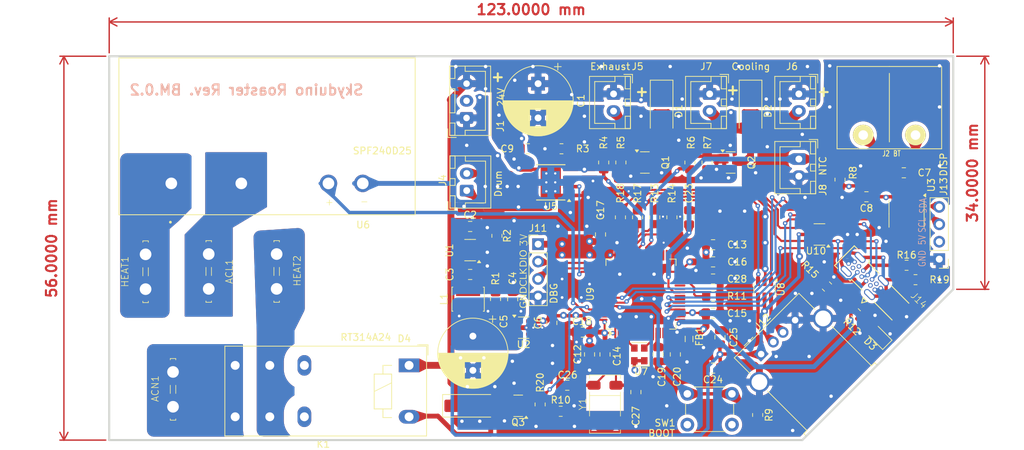
<source format=kicad_pcb>
(kicad_pcb (version 20240108) (generator "pcbnew") (generator_version "8.0")
  (title_block (title "Skyduino Roaster") (date "2024-05-13") (rev "0.2") (company "Raz-1"))
  (layers (0 "F.Cu" signal) (1 "In1.Cu" signal) (2 "In2.Cu" signal) (31 "B.Cu" signal) (34 "B.Paste" user) (35 "F.Paste" user) (36 "B.SilkS" user "B.Silkscreen") (37 "F.SilkS" user "F.Silkscreen") (38 "B.Mask" user) (39 "F.Mask" user) (44 "Edge.Cuts" user))
  (property "Variant" "BM")
  (net 0 "")
  (net 1 "Net-(ACL1-Pin_1)")
  (net 2 "Net-(ACN1-Pin_1)")
  (net 3 "GND")
  (net 4 "+24V")
  (net 5 "Net-(U1-SW)")
  (net 6 "Net-(U1-CB)")
  (net 7 "+5V")
  (net 8 "+3V3")
  (net 9 "Net-(J2-Pin_1)")
  (net 10 "Net-(J2-Pin_2)")
  (net 11 "/CPU/VDDA")
  (net 12 "/CPU/XTAL_25M_1")
  (net 13 "NTC")
  (net 14 "/CPU/XTAL_32K768_2")
  (net 15 "Net-(U9-VCAP1)")
  (net 16 "EXHT")
  (net 17 "COOL")
  (net 18 "Net-(D3-A)")
  (net 19 "Net-(HEAT1-Pin_1)")
  (net 21 "Net-(J4-Pin_2)")
  (net 22 "Net-(J4-Pin_1)")
  (net 23 "SWDIO")
  (net 24 "SWCLK")
  (net 25 "Net-(J12-D-)")
  (net 26 "Net-(J12-D+)")
  (net 27 "SCL")
  (net 28 "SDA")
  (net 29 "/CPU/D+")
  (net 30 "/CPU/D-")
  (net 34 "Net-(J14-CC1)")
  (net 36 "Net-(J14-CC2)")
  (net 37 "Net-(Q1-G)")
  (net 38 "Net-(Q2-G)")
  (net 39 "Net-(U1-FB)")
  (net 40 "Net-(U5-ILIM)")
  (net 41 "EXHT_CTL")
  (net 42 "COOL_CTL")
  (net 43 "BOOT0")
  (net 44 "PB2")
  (net 45 "LED0")
  (net 46 "Net-(R13-Pad1)")
  (net 47 "TO_RMT")
  (net 48 "FROM_RMT")
  (net 49 "Net-(R14-Pad1)")
  (net 50 "Net-(R17-Pad1)")
  (net 51 "USB-")
  (net 52 "Net-(R18-Pad1)")
  (net 53 "USB+")
  (net 54 "Net-(J14-SHIELD)")
  (net 55 "SO")
  (net 56 "SCK")
  (net 57 "BTCS")
  (net 58 "DRUM_CTL")
  (net 59 "SSR")
  (net 78 "HEAT")
  (net 86 "/CPU/XTAL_32K768_1")
  (net 92 "Net-(Q3-G)")
  (net 93 "HEAT_CTL")
  (net 94 "Net-(HEAT2-Pin_1)")
  (footprint "Package_TO_SOT_SMD:SC-74A-5_1.55x2.9mm_P0.95mm" (layer "F.Cu") (at 166.4 119.6)
    (property "Reference" "U2")
    (property "Value" "TCR2EF33")
  )
  (footprint "Connectors:QuickConnect_Tab_Molex_19705-4303" (layer "F.Cu") (at 111.3 111.44 90)
    (property "Reference" "HEAT1")
    (property "Value" "QC 19705-4303")
  )
  (footprint "Capacitor_SMD:C_0805_2012Metric_Pad1.18x1.45mm_HandSolder" (layer "F.Cu") (at 194 125.5 180)
    (property "Reference" "C24")
    (property "Value" "2.2µF")
  )
  (footprint "Resistor_SMD:R_0805_2012Metric_Pad1.20x1.40mm_HandSolder" (layer "F.Cu") (at 185.5 103.5 -90)
    (property "Reference" "R13")
    (property "Value" "10Ω")
  )
  (footprint "Connector_JST:JST_XH_B2B-XH-A_1x02_P2.50mm_Vertical" (layer "F.Cu") (at 179.5 85.5 -90)
    (property "Reference" "J5")
    (property "Value" "Exhaust")
  )
  (footprint "Resistor_SMD:R_0805_2012Metric_Pad1.20x1.40mm_HandSolder" (layer "F.Cu") (at 210.6 113.6 135)
    (property "Reference" "R15")
    (property "Value" "5.1kΩ")
  )
  (footprint "Capacitor_SMD:C_0805_2012Metric_Pad1.18x1.45mm_HandSolder" (layer "F.Cu") (at 182.75 129 90)
    (property "Reference" "C27")
    (property "Value" "7.5pF")
  )
  (footprint "Diode_SMD:D_SMA_Handsoldering" (layer "F.Cu") (at 186.5 88 -90)
    (property "Reference" "D1")
    (property "Value" "M2")
  )
  (footprint "Resistor_SMD:R_0805_2012Metric_Pad1.20x1.40mm_HandSolder" (layer "F.Cu") (at 212.5 98 90)
    (property "Reference" "R8")
    (property "Value" "10kΩ")
  )
  (footprint "Button_Switch_THT:SW_PUSH_6mm_H4.3mm" (layer "F.Cu") (at 190.25 129.25)
    (property "Reference" "SW1")
    (property "Value" "BOOT")
  )
  (footprint "Oscillator:Oscillator_SMD_Kyocera_KC2520Z-4Pin_2.5x2.0mm" (layer "F.Cu") (at 183.25 123.5 180)
    (property "Reference" "U7")
    (property "Value" "25MHz")
  )
  (footprint "Capacitor_SMD:C_0805_2012Metric_Pad1.18x1.45mm_HandSolder" (layer "F.Cu") (at 194 107.5)
    (property "Reference" "C13")
    (property "Value" "2.2µF")
  )
  (footprint "LED_SMD:LED_0805_2012Metric_Pad1.15x1.40mm_HandSolder" (layer "F.Cu") (at 218.080501 120.791071 135)
    (property "Reference" "D3")
    (property "Value" "LW Q98G.01")
  )
  (footprint "Package_TO_SOT_SMD:SOT-23" (layer "F.Cu") (at 196.5625 95.5)
    (property "Reference" "Q2")
    (property "Value" "DMN6075S")
  )
  (footprint "Resistor_SMD:R_0805_2012Metric_Pad1.20x1.40mm_HandSolder" (layer "F.Cu") (at 162.3 115.4375 90)
    (property "Reference" "R1")
    (property "Value" "88.7k")
  )
  (footprint "Connectors:QuickConnect_Tab_Molex_19705-4303" (layer "F.Cu") (at 130.4 111.4 90)
    (property "Reference" "HEAT2")
    (property "Value" "QC 19705-4303" (hide yes))
  )
  (footprint "Package_SO:SOIC-8_3.9x4.9mm_P1.27mm" (layer "F.Cu") (at 222.2 103 -90)
    (property "Reference" "U3")
    (property "Value" "MAX31855KASA")
  )
  (footprint "Connectors:QuickConnect_Tab_Molex_19705-4303" (layer "F.Cu") (at 120.5 111.4 90)
    (property "Reference" "ACL1")
    (property "Value" "QC 19705-4303")
  )
  (footprint "Resistor_SMD:R_0805_2012Metric_Pad1.20x1.40mm_HandSolder" (layer "F.Cu") (at 200.5 132.3375 -90)
    (property "Reference" "R9")
    (property "Value" "10kΩ")
  )
  (footprint "Oscillators:Diodes Inc G43270021" (layer "F.Cu") (at 178.25 130.75 -90)
    (property "Reference" "Y1")
    (property "Value" "32.768kHz")
  )
  (footprint "Capacitor_SMD:C_0805_2012Metric_Pad1.18x1.45mm_HandSolder" (layer "F.Cu") (at 170.5 118.9 -90)
    (property "Reference" "C6")
    (property "Value" "100nF")
  )
  (footprint "Connectors:QuickConnect_Tab_Molex_19705-4303" (layer "F.Cu") (at 115.3 128.6 90)
    (property "Reference" "ACN1")
    (property "Value" "QC 19705-4303")
  )
  (footprint "Resistor_SMD:R_0805_2012Metric_Pad1.20x1.40mm_HandSolder" (layer "F.Cu") (at 168.8 130.8 90)
    (property "Reference" "R20")
    (property "Value" "100Ω")
  )
  (footprint "Capacitor_SMD:C_0805_2012Metric_Pad1.18x1.45mm_HandSolder" (layer "F.Cu") (at 188.5 123.5 90)
    (property "Reference" "C20")
    (property "Value" "10nF")
  )
  (footprint "Connector_JST:JST_XH_B2B-XH-A_1x02_P2.50mm_Vertical" (layer "F.Cu") (at 158.1 99.6 90)
    (property "Reference" "J4")
    (property "Value" "Drum")
  )
  (footprint "Diode_SMD:D_SMA_Handsoldering" (layer "F.Cu") (at 159.1 131)
    (property "Reference" "D4")
    (property "Value" "M2")
  )
  (footprint "Connector_JST:JST_XH_B3B-XH-A_1x03_P2.50mm_Vertical" (layer "F.Cu") (at 158.075 89 90)
    (property "Reference" "J1")
    (property "Value" "24V")
  )
  (footprint "Capacitor_SMD:C_0805_2012Metric_Pad1.18x1.45mm_HandSolder" (layer "F.Cu") (at 186 123.5 90)
    (property "Reference" "C19")
    (property "Value" "100nF")
  )
  (footprint "Capacitor_SMD:C_0805_2012Metric_Pad1.18x1.45mm_HandSolder" (layer "F.Cu") (at 176 123.5 -90)
    (property "Reference" "C12")
    (property "Value" "2.2µF")
  )
  (footprint "Connector_JST:JST_XH_B2B-XH-A_1x02_P2.50mm_Vertical" (layer "F.Cu") (at 206.5 95 -90)
    (property "Reference" "J8")
    (property "Value" "NTC")
  )
  (footprint "Relay_THT:Relay_SPDT_Schrack-RT1-16A-FormC_RM5mm" (layer "F.Cu") (at 149.7 125.1 180)
    (property "Reference" "K1")
    (property "Value" "RT314A24")
  )
  (footprint "Resistor_SMD:R_0805_2012Metric_Pad1.20x1.40mm_HandSolder" (layer "F.Cu") (at 178.0625 95.5 -90)
    (property "Reference" "R4")
    (property "Value" "100Ω")
  )
  (footprint "Capacitor_SMD:C_0805_2012Metric_Pad1.18x1.45mm_HandSolder" (layer "F.Cu") (at 195 121 90)
    (property "Reference" "C25")
    (property "Value" "100nF")
  )
  (footprint "Capacitor_SMD:C_0805_2012Metric_Pad1.18x1.45mm_HandSolder" (layer "F.Cu") (at 164.8 115.4375 90)
    (property "Reference" "C4")
    (property "Value" "22µF")
  )
  (footprint "Capacitor_SMD:C_0805_2012Metric_Pad1.18x1.45mm_HandSolder" (layer "F.Cu") (at 167 93.5)
    (property "Reference" "C9")
    (property "Value" "2.2µF")
  )
  (footprint "Package_TO_SOT_SMD:SOT-23-6" (layer "F.Cu") (at 158.6 108.2875 180)
    (property "Reference" "U1")
    (property "Value" "LV3842")
  )
  (footprint "Capacitor_SMD:C_0805_2012Metric_Pad1.18x1.45mm_HandSolder" (layer "F.Cu") (at 194 112.5)
    (property "Reference" "C28")
    (property "Value" "2.2µF")
  )
  (footprint "Resistor_SMD:R_0805_2012Metric_Pad1.20x1.40mm_HandSolder" (layer "F.Cu") (at 193.125 95.5 -90)
    (property "Reference" "R7")
    (property "Value" "10kΩ")
  )
  (footprint "Capacitor_SMD:C_0805_2012Metric_Pad1.18x1.45mm_HandSolder" (layer "F.Cu") (at 175.0375 120.25 180)
    (property "Reference" "C18")
    (property "Value" "100nF")
  )
  (footprint "Resistor_SMD:R_0805_2012Metric_Pad1.20x1.40mm_HandSolder" (layer "F.Cu") (at 223.5 112.6)
    (property "Reference" "R19")
    (property "Value" "0R")
  )
  (footprint "Package_TO_SOT_SMD:SOT-23" (layer "F.Cu") (at 184.0625 95.5)
    (property "Reference" "Q1")
    (property "Value" "DMN6075S")
  )
  (footprint "Resistor_SMD:R_0805_2012Metric_Pad1.20x1.40mm_HandSolder" (layer "F.Cu") (at 162.5 106.2 90)
    (property "Reference" "R2")
    (property "Value" "22K")
  )
  (footprint "Package_TO_SOT_SMD:SOT-23-6" (layer "F.Cu") (at 209.5 106 180)
    (property "Reference" "U10")
    (property "Value" "USBLC6-2SC6")
  )
  (footprint "Inductor_SMD:L_0805_2012Metric_Pad1.05x1.20mm_HandSolder" (layer "F.Cu") (at 190.5 121.25 -90)
    (property "Reference" "FB1")
    (property "Value" "600R")
  )
  (footprint "Connector_JST:JST_XH_B2B-XH-A_1x02_P2.50mm_Vertical" (layer "F.Cu") (at 206.5 85.5 -90)
    (property "Reference" "J6")
    (property "Value" "Cooling" (hide yes))
  )
  (footprint "Resistor_SMD:R_0805_2012Metric_Pad1.20x1.40mm_HandSolder" (layer "F.Cu") (at 214.794715 117.505285 -45)
    (property "Reference" "R12")
    (property "Value" "54r9")
  )
  (footprint "Resistor_SMD:R_0805_2012Metric_Pad1.20x1.40mm_HandSolder" (layer "F.Cu") (at 194 115)
    (property "Reference" "R11")
    (property "Value" "10kΩ")
  )
  (footprint "Package_SO:Texas_HTSOP-8-1EP_3.9x4.9mm_P1.27mm_EP2.95x4.9mm_Mask2.4x3.1mm_ThermalVias" (layer "F.Cu") (at 170.35 98.4 180)
    (property "Reference" "U5")
    (property "Value" "DRV8871")
  )
  (footprint "Resistor_SMD:R_0805_2012Metric_Pad1.20x1.40mm_HandSolder" (layer "F.Cu") (at 171.8 131.8)
    (property "Reference" "R10")
    (property "Value" "10kΩ")
  )
  (footprint "Connectors:USB_C_Receptacle_Molex_Upright" (layer "F.Cu") (at 216.111737 112.060193 45)
    (property "Reference" "J14")
    (property "Value" "USB_C Artisan")
  )
  (footprint "Resistor_SMD:R_0805_2012Metric_Pad1.20x1.40mm_HandSolder" (layer "F.Cu") (at 180.5625 95.5 -90)
    (property "Reference" "R5")
    (property "Value" "10kΩ")
  )
  (footprint "Connector_JST:JST_XH_B2B-XH-A_1x02_P2.50mm_Vertical" (layer "F.Cu") (at 193.5 85.5 -90)
    (property "Reference" "J7")
    (property "Value" "Cooling")
  )
  (footprint "Capacitor_SMD:C_0805_2012Metric_Pad1.18x1.45mm_HandSolder" (layer "F.Cu") (at 177.6 106 90)
    (property "Reference" "C17")
    (property "Value" "100nF")
  )
  (footprint "Capacitor_THT:CP_Radial_D10.0mm_P5.00mm" (layer "F.Cu") (at 168.5 84 -90)
    (property "Reference" "C1")
    (property "Value" "100µF")
  )
  (footprint "Inductor_Bourns:L_Bourns_SRN3015BTA" (layer "F.Cu") (at 158.3 115.4375 -90)
    (property "Reference" "L1")
    (property "Value" "18uH")
  )
  (footprint "Connectors:KF7.62_2P" (layer "F.Cu") (at 219.69 87.5)
    (property "Reference" "J2")
    (property "Value" "BT")
  )
  (footprint "Capacitor_SMD:C_0805_2012Metric_Pad1.18x1.45mm_HandSolder" (layer "F.Cu") (at 158.6 104.8375)
    (property "Reference" "C2")
    (property "Value" "2.2µF")
  )
  (footprint "Capacitor_SMD:C_0805_2012Metric_Pad1.18x1.45mm_HandSolder" (layer "F.Cu") (at 158.6 111.8375 180)
    (property "Reference" "C3")
    (property "Value" "100nF")
  )
  (footprint "Connector_PinHeader_2.54mm:PinHeader_1x04_P2.54mm_Vertical" (layer "F.Cu") (at 168.5 107.42)
    (property "Reference" "J11")
    (property "Value" "DBG")
  )
  (footprint "Package_QFP:LQFP-64_10x10mm_P0.5mm" (layer "F.Cu") (at 183.5 114.7 90)
    (property "Reference" "U9")
    (property "Value" "STM32F411RET6")
  )
  (footprint "Capacitor_SMD:C_0805_2012Metric_Pad1.18x1.45mm_HandSolder" (layer "F.Cu") (at 194 117.5)
    (property "Reference" "C15")
    (property "Value" "100nF")
  )
  (footprint "Capacitor_SMD:C_0805_2012Metric_Pad1.18x1.45mm_HandSolder" (layer "F.Cu") (at 221.8 97)
    (property "Reference" "C7")
    (property "Value" "10nF")
  )
  (footprint "Capacitor_SMD:C_0805_2012Metric_Pad1.18x1.45mm_HandSolder" (layer "F.Cu") (at 190.5 103.5 90)
    (property "Reference" "C23")
    (property "Value" "10nF")
  )
  (footprint "Connector_PinHeader_2.54mm:PinHeader_1x04_P2.54mm_Vertical" (layer "F.Cu") (at 226.96 109.6 180)
    (property "Reference" "J13")
    (property "Value" "DISP")
  )
  (footprint "Resistor_SMD:R_0805_2012Metric_Pad1.20x1.40mm_HandSolder" (layer "F.Cu") (at 188 103.5 -90)
    (property "Reference" "R14")
    (property "Value" "10Ω")
  )
  (footprint "Package_TO_SOT_SMD:SOT-23-6" (layer "F.Cu") (at 201.5 114 -90)
    (property "Reference" "U8")
    (property "Value" "USBLC6-2SC6")
  )
  (footprint "Capacitor_THT:CP_Radial_D10.0mm_P5.00mm" (layer "F.Cu") (at 159 120.832323 -90)
    (property "Reference" "C5")
    (property "Value" "100µF")
  )
  (footprint "Resistor_SMD:R_0805_2012Metric_Pad1.20x1.40mm_HandSolder" (layer "F.Cu") (at 222.2 110.5)
    (property "Reference" "R16")
    (property "Value" "5.1kΩ")
  )
  (footprint "Resistor_SMD:R_0805_2012Metric_Pad1.20x1.40mm_HandSolder" (layer "F.Cu") (at 171.9125 93.5 180)
    (property "Reference" "R3")
    (property "Value" "30kΩ")
  )
  (footprint "SSRs:SSR_Crydom_SPF240D25" (layer "F.Cu") (at 129 98.5515)
    (property "Reference" "U6")
    (property "Value" "SPF240D25")
  )
  (footprint "Resistor_SMD:R_0805_2012Metric_Pad1.20x1.40mm_HandSolder" (layer "F.Cu") (at 183 103.5 -90)
    (property "Reference" "R17")
    (property "Value" "10Ω")
  )
  (footprint "Resistor_SMD:R_0805_2012Metric_Pad1.20x1.40mm_HandSolder" (layer "F.Cu") (at 190.625 95.5 -90)
    (property "Reference" "R6")
    (property "Value" "100Ω")
  )
  (footprint "Capacitor_SMD:C_0805_2012Metric_Pad1.18x1.45mm_HandSolder" (layer "F.Cu") (at 194 110)
    (property "Reference" "C16")
    (property "Value" "100nF")
  )
  (footprint "Package_TO_SOT_SMD:SOT-23" (layer "F.Cu") (at 165.6 131 180)
    (property "Reference" "Q3")
    (property "Value" "DMN6075S")
  )
  (footprint "Resistor_SMD:R_0805_2012Metric_Pad1.20x1.40mm_HandSolder" (layer "F.Cu") (at 180.5 103.5 -90)
    (property "Reference" "R18")
    (property "Value" "10Ω")
  )
  (footprint "Capacitor_SMD:C_0805_2012Metric_Pad1.18x1.45mm_HandSolder" (layer "F.Cu") (at 178.25 123.5 -90)
    (property "Reference" "C14")
    (property "Value" "100nF")
  )
  (footprint "Capacitor_SMD:C_0805_2012Metric_Pad1.18x1.45mm_HandSolder" (layer "F.Cu") (at 172.75 128)
    (property "Reference" "C26")
    (property "Value" "7.5pF")
  )
  (footprint "Connector_USB:USB_A_Molex_67643_Horizontal" (layer "F.Cu") (at 201.005224 123.454971 45)
    (property "Reference" "J12")
    (property "Value" "USB-A RMT")
  )
  (footprint "Diode_SMD:D_SMA_Handsoldering" (layer "F.Cu") (at 199.4625 88 -90)
    (property "Reference" "D2")
    (property "Value" "M2")
  )
  (footprint "Capacitor_SMD:C_0805_2012Metric_Pad1.18x1.45mm_HandSolder" (layer "F.Cu") (at 216.35 100.5 180)
    (property "Reference" "C8")
    (property "Value" "100nF")
  )
  (gr_line (start 229 114) (end 207 136) (stroke (width 0.3)) (layer "Edge.Cuts"))
  (gr_line (start 106 136) (end 106 80) (stroke (width 0.3)) (layer "Edge.Cuts"))
  (gr_line (start 106 80) (end 229 80) (stroke (width 0.3)) (layer "Edge.Cuts"))
  (gr_line (start 229 80) (end 229 114) (stroke (width 0.3)) (layer "Edge.Cuts"))
  (gr_line (start 106 136) (end 207 136) (stroke (width 0.3)) (layer "Edge.Cuts"))
  (gr_text "SDA" (at 225.2 103 90) (layer "B.SilkS") (effects (font (size 1 0.8) (thickness 0.1)) (justify left bottom)))
  (gr_text "${TITLE} Rev. ${Variant}.${REVISION}" (at 143.2 85.8 0) (layer "B.SilkS") (effects (font (size 1.5 1.5) (thickness 0.3) (bold yes)) (justify left bottom mirror)))
  (gr_text "SCL" (at 225.06 105.8 90) (layer "B.SilkS") (effects (font (size 1 0.8) (thickness 0.1)) (justify left bottom)))
  (gr_text "GND" (at 225.06 110.8 90) (layer "B.SilkS") (effects (font (size 1 0.8) (thickness 0.1)) (justify left bottom)))
  (gr_text "5V" (at 225.06 107.6 90) (layer "B.SilkS") (effects (font (size 1 0.8) (thickness 0.1)) (justify left bottom)))
  (gr_text "3V" (at 167 107.8 90) (layer "F.SilkS") (effects (font (size 1 1) (thickness 0.1)) (justify left bottom)))
  (gr_text "+" (at 182.5 86 0) (layer "F.SilkS") (effects (font (size 1.5 1.5) (thickness 0.3) (bold yes)) (justify left bottom)))
  (gr_text "CLK\n" (at 167 113.6 90) (layer "F.SilkS") (effects (font (size 1 1) (thickness 0.1)) (justify left bottom)))
  (gr_text "+" (at 195.75 85.75 0) (layer "F.SilkS") (effects (font (size 1.5 1.5) (thickness 0.3) (bold yes)) (justify left bottom)))
  (gr_text "+" (at 163.4 84.2 90) (layer "F.SilkS") (effects (font (size 1.5 1.5) (thickness 0.3) (bold yes)) (justify left bottom)))
  (gr_text "+" (at 209 86 0) (layer "F.SilkS") (effects (font (size 1.5 1.5) (thickness 0.3) (bold yes)) (justify left bottom)))
  (gr_text "DIO\n" (at 167 110.8 90) (layer "F.SilkS") (effects (font (size 1 1) (thickness 0.1)) (justify left bottom)))
  (gr_text "GND" (at 167 116.8 90) (layer "F.SilkS") (effects (font (size 1 1) (thickness 0.1)) (justify left bottom)))
  (dimension (type aligned) (layer "F.Cu") (pts (xy 229 80) (xy 229 114)) (height -4.6) (gr_text "34.0000 mm" (at 231.8 97 90) (layer "F.Cu") (effects (font (size 1.5 1.5) (thickness 0.3)))) (format (prefix "") (suffix "") (units 3) (units_format 1) (precision 4)) (style (thickness 0.2) (arrow_length 1.27) (text_position_mode 0) (extension_height 0.58642) (extension_offset 0.5) keep_text_aligned))
  (dimension (type aligned) (layer "F.Cu") (pts (xy 106 80) (xy 229 80)) (height -5) (gr_text "123.0000 mm" (at 167.5 73.2 0) (layer "F.Cu") (effects (font (size 1.5 1.5) (thickness 0.3)))) (format (prefix "") (suffix "") (units 3) (units_format 1) (precision 4)) (style (thickness 0.2) (arrow_length 1.27) (text_position_mode 0) (extension_height 0.58642) (extension_offset 0.5) keep_text_aligned))
  (dimension (type aligned) (layer "F.Cu") (pts (xy 106 80) (xy 106 136)) (height 6.6) (gr_text "56.0000 mm" (at 97.6 108 90) (layer "F.Cu") (effects (font (size 1.5 1.5) (thickness 0.3)))) (format (prefix "") (suffix "") (units 3) (units_format 1) (precision 4)) (style (thickness 0.2) (arrow_length 1.27) (text_position_mode 0) (extension_height 0.58642) (extension_offset 0.5) keep_text_aligned))
  (segment (start 180.25 109.025) (end 180.25 107.45) (width 0.3) (layer "F.Cu") (net 3))
  (segment (start 165.25 119.6) (end 166.8 119.6) (width 0.7) (layer "F.Cu") (net 3))
  (segment (start 191.3 111.45) (end 191.5 111.25) (width 0.3) (layer "F.Cu") (net 3))
  (segment (start 177.825 117.95) (end 180.35 117.95) (width 0.3) (layer "F.Cu") (net 3))
  (segment (start 186.85 111.45) (end 186.8 111.4) (width 0.3) (layer "F.Cu") (net 3))
  (segment (start 189.175 111.45) (end 186.85 111.45) (width 0.3) (layer "F.Cu") (net 3))
  (segment (start 167.475 99.035) (end 164.265 99.035) (width 0.7) (layer "F.Cu") (net 3))
  (segment (start 166.8 119.6) (end 169.1 119.6) (width 0.7) (layer "F.Cu") (net 3))
  (segment (start 164.265 99.035) (end 164.25 99.05) (width 0.7) (layer "F.Cu") (net 3))
  (segment (start 189.175 111.45) (end 191.3 111.45) (width 0.3) (layer "F.Cu") (net 3))
  (segment (start 185.25 120.375) (end 185.25 118.25) (width 0.3) (layer "F.Cu") (net 3))
  (segment (start 180.35 117.95) (end 180.4 118) (width 0.3) (layer "F.Cu") (net 3))
  (segment (start 180.6 96.45) (end 180.5625 96.4125) (width 0.2) (layer "F.Cu") (net 3))
  (segment (start 180.25 107.45) (end 180 107.2) (width 0.3) (layer "F.Cu") (net 3))
  (segment (start 194.5 96.5) (end 194.5 95.5) (width 0.5) (layer "F.Cu") (net 3))
  (segment (start 189.175 117.95) (end 187.8 117.95) (width 0.3) (layer "F.Cu") (net 3))
  (segment (start 187.5 118.25) (end 187.75 118) (width 0.3) (layer "F.Cu") (net 3))
  (segment (start 187.8 117.95) (end 187.5 118.25) (width 0.3) (layer "F.Cu") (net 3))
  (segment (start 185.25 121.3) (end 185.25 120.375) (width 0.3) (layer "F.Cu") (net 3))
  (segment (start 183.125 96.45) (end 180.6 96.45) (width 0.5) (layer "F.Cu") (net 3))
  (segment (start 183.975 122.575) (end 185.25 121.3) (width 0.3) (layer "F.Cu") (net 3))
  (segment (start 218.805285 121.494715) (end 219.794715 120.505285) (width 1) (layer "F.Cu") (net 3))
  (segment (start 185.25 118.25) (end 185 118) (width 0.3) (layer "F.Cu") (net 3))
  (via (at 218.2 105) (size 1) (drill 0.5) (layers "F.Cu" "B.Cu") (net 3))
  (via (at 197.2 110) (size 1) (drill 0.5) (layers "F.Cu" "B.Cu") (net 3))
  (via (at 174.1 121.7) (size 0.8) (drill 0.4) (layers "F.Cu" "B.Cu") (net 3))
  (via (at 195 102.6) (size 1) (drill 0.5) (layers "F.Cu" "B.Cu") (net 3))
  (via (at 215 106) (size 1) (drill 0.5) (layers "F.Cu" "B.Cu") (net 3))
  (via (at 210.2 110) (size 1) (drill 0.5) (layers "F.Cu" "B.Cu") (net 3))
  (via (at 173.2 102.8) (size 1) (drill 0.5) (layers "F.Cu" "B.Cu") (net 3))
  (via (at 217.6 117.8) (size 1) (drill 0.5) (layers "F.Cu" "B.Cu") (net 3))
  (via (at 196.6 88.2) (size 1) (drill 0.5) (layers "F.Cu" "B.Cu") (net 3))
  (via (at 212.8 100.6) (size 1) (drill 0.5) (layers "F.Cu" "B.Cu") (net 3))
  (via (at 207.4 100.6) (size 1) (drill 0.5) (layers "F.Cu" "B.Cu") (net 3))
  (via (at 165.6 99) (size 1) (drill 0.5) (layers "F.Cu" "B.Cu") (net 3))
  (via (at 191.5 111.25) (size 1) (drill 0.5) (layers "F.Cu" "B.Cu") (net 3))
  (via (at 199.3 121.5) (size 1) (drill 0.5) (layers "F.Cu" "B.Cu") (net 3))
  (via (at 211.6 112.2) (size 1) (drill 0.5) (layers "F.Cu" "B.Cu") (net 3))
  (via (at 157.4 133.25) (size 1) (drill 0.5) (layers "F.Cu" "B.Cu") (net 3))
  (via (at 186.7 103.4) (size 0.65) (drill 0.3) (layers "F.Cu" "B.Cu") (net 3))
  (via (at 160 133.25) (size 1) (drill 0.5) (layers "F.Cu" "B.Cu") (net 3))
  (via (at 160 86) (size 1) (drill 0.5) (layers "F.Cu" "B.Cu") (net 3))
  (via (at 162.2 128.2) (size 1) (drill 0.5) (layers "F.Cu" "B.Cu") (net 3))
  (via (at 186.8 107.2) (size 0.65) (drill 0.3) (layers "F.Cu" "B.Cu") (net 3))
  (via (at 206 114.6) (size 1) (drill 0.5) (layers "F.Cu" "B.Cu") (net 3))
  (via (at 183.5 88.75) (size 1) (drill 0.5) (layers "F.Cu" "B.Cu") (net 3))
  (via (at 165.65 102) (size 1) (drill 0.5) (layers "F.Cu" "B.Cu") (net 3))
  (via (at 169.1 119.6) (size 0.65) (drill 0.3) (layers "F.Cu" "B.Cu") (net 3))
  (via (at 196.5 93) (size 1) (drill 0.5) (layers "F.Cu" "B.Cu") (net 3))
  (via (at 176 113.25) (size 0.8) (drill 0.4) (layers "F.Cu" "B.Cu") (net 3))
  (via (at 175.25 92.5) (size 1) (drill 0.5) (layers "F.Cu" "B.Cu") (net 3))
  (via (at 219.2 107) (size 1) (drill 0.5) (layers "F.Cu" "B.Cu") (net 3))
  (via (at 174.8 115.2) (size 0.8) (drill 0.4) (layers "F.Cu" "B.Cu") (net 3))
  (via (at 192.6 122.5) (size 1) (drill 0.5) (layers "F.Cu" "B.Cu") (net 3))
  (via (at 201.6 107.2) (size 1) (drill 0.5) (layers "F.Cu" "B.Cu") (net 3))
  (via (at 160.8 99) (size 1) (drill 0.5) (layers "F.Cu" "B.Cu") (net 3))
  (via (at 201.6 111) (size 1) (drill 0.5) (layers "F.Cu" "B.Cu") (net 3))
  (via (at 175.25 88.75) (size 1) (drill 0.5) (layers "F.Cu" "B.Cu") (net 3))
  (via (at 211.2 129.6) (size 1) (drill 0.5) (layers "F.Cu" "B.Cu") (net 3))
  (via (at 175.8 100.6) (size 1) (drill 0.5) (layers "F.Cu" "B.Cu") (net 3))
  (via (at 182.75 134) (size 1) (drill 0.5) (layers "F.Cu" "B.Cu") (net 3))
  (via (at 158.2 128.2) (size 1) (drill 0.5) (layers "F.Cu" "B.Cu") (net 3))
  (via (at 162.6 99) (size 1) (drill 0.5) (layers "F.Cu" "B.Cu") (net 3))
  (via (at 169.6 102) (size 1) (drill 0.5) (layers "F.Cu" "B.Cu") (net 3))
  (via (at 176 125.8) (size 1) (drill 0.5) (layers "F.Cu" "B.Cu") (net 3))
  (via (at 201.6 103.4) (size 1) (drill 0.5) (layers "F.Cu" "B.Cu") (net 3))
  (via (at 171.4 104.8) (size 1) (drill 0.5) (layers "F.Cu" "B.Cu") (net 3))
  (via (at 190.25 108) (size 1) (drill 0.5) (layers "F.Cu" "B.Cu") (net 3))
  (via (at 197.2 112.4) (size 1) (drill 0.5) (layers "F.Cu" "B.Cu") (net 3))
  (via (at 227 96) (size 1) (drill 0.5) (layers "F.Cu" "B.Cu") (net 3))
  (via (at 164.75 124.5) (size 1) (drill 0.5) (layers "F.Cu" "B.Cu") (net 3))
  (via (at 173.75 131) (size 1) (drill 0.5) (layers "F.Cu" "B.Cu") (net 3))
  (via (at 182 97.5) (size 1) (drill 0.5) (layers "F.Cu" "B.Cu") (net 3))
  (via (at 211 81.4) (size 1) (drill 0.5) (layers "F.Cu" "B.Cu") (net 3))
  (via (at 180.4 111.8) (size 1) (drill 0.5) (layers "F.Cu" "B.Cu") (net 3))
  (via (at 186.5 97) (size 1) (drill 0.5) (layers "F.Cu" "B.Cu") (net 3))
  (via (at 170.6 124.8) (size 1) (drill 0.5) (layers "F.Cu" "B.Cu") (net 3))
  (via (at 164.9 113) (size 1) (drill 0.5) (layers "F.Cu" "B.Cu") (net 3))
  (via (at 160.6 124) (size 1) (drill 0.5) (layers "F.Cu" "B.Cu") (net 3))
  (via (at 227 112.6) (size 1) (drill 0.5) (layers "F.Cu" "B.Cu") (net 3))
  (via (at 164 99) (size 1) (drill 0.5) (layers "F.Cu" "B.Cu") (net 3))
  (via (at 185.25 126.75) (size 1) (drill 0.5) (layers "F.Cu" "B.Cu") (net 3))
  (via (at 157.7 101.9) (size 1) (drill 0.5) (layers "F.Cu" "B.Cu") (net 3))
  (via (at 166.8 119.6) (size 0.65) (drill 0.3) (layers "F.Cu" "B.Cu") (net 3))
  (via (at 212.6 115.6) (size 1) (drill 0.5) (layers "F.Cu" "B.Cu") (net 3))
  (via (at 180.4 118) (size 1) (drill 0.5) (layers "F.Cu" "B.Cu") (net 3))
  (via (at 161.1 105) (size 1) (drill 0.5) (layers "F.Cu" "B.Cu") (net 3))
  (via (at 190.2 124.6) (size 1) (drill 0.5) (layers "F.Cu" "B.Cu") (net 3))
  (via (at 187.5 118.25) (size 0.8) (drill 0.4) (layers "F.Cu" "B.Cu") (net 3))
  (via (at 158.1 93) (size 1) (drill 0.5) (layers "F.Cu" "B.Cu") (net 3))
  (via (at 201.9 88.4) (size 1) (drill 0.5) (layers "F.Cu" "B.Cu") (net 3))
  (via (at 227 87.4) (size 1) (drill 0.5) (layers "F.Cu" "B.Cu") (net 3))
  (via (at 227 81.4) (size 1) (drill 0.5) (layers "F.Cu" "B.Cu") (net 3))
  (via (at 183.6 115.4) (size 1) (drill 0.5) (layers "F.Cu" "B.Cu") (net 3))
  (via (at 182.8 118) (size 1) (drill 0.5) (layers "F.Cu" "B.Cu") (net 3))
  (via (at 203.2 123.8) (size 1) (drill 0.5) (layers "F.Cu" "B.Cu") (net 3))
  (via (at 181.7 99.7) (size 0.65) (drill 0.3) (layers "F.Cu" "B.Cu") (net 3))
  (via (at 192.25 97.75) (size 1) (drill 0.5) (layers "F.Cu" "B.Cu") (net 3))
  (via (at 157.2 124) (size 1) (drill 0.5) (layers "F.Cu" "B.Cu") (net 3))
  (via (at 161.1 108.6) (size 1) (drill 0.5) (layers "F.Cu" "B.Cu") (net 3))
  (via (at 168.2 134) (size 1) (drill 0.5) (layers "F.Cu" "B.Cu") (net 3))
  (via (at 219.794715 120.505285) (size 1) (drill 0.5) (layers "F.Cu" "B.Cu") (net 3))
  (via (at 197.2 107.4) (size 1) (drill 0.5) (layers "F.Cu" "B.Cu") (net 3))
  (via (at 185.4 115.4) (size 1) (drill 0.5) (layers "F.Cu" "B.Cu") (net 3))
  (via (at 199.3 118.6) (size 1) (drill 0.5) (layers "F.Cu" "B.Cu") (net 3))
  (via (at 180 107.2) (size 1) (drill 0.5) (layers "F.Cu" "B.Cu") (net 3))
  (via (at 200.2 97) (size 1) (drill 0.5) (layers "F.Cu" "B.Cu") (net 3))
  (via (at 175.25 96.5) (size 1) (drill 0.5) (layers "F.Cu" "B.Cu") (net 3))
  (via (at 205.6 134.6) (size 1) (drill 0.5) (layers "F.Cu" "B.Cu") (net 3))
  (via (at 196.25 97.75) (size 1) (drill 0.5) (layers "F.Cu" "B.Cu") (net 3))
  (via (at 167.8 119.6) (size 0.65) (drill 0.3) (layers "F.Cu" "B.Cu") (net 3))
  (via (at 194.5 96.5) (size 1) (drill 0.5) (layers "F.Cu" "B.Cu") (net 3))
  (via (at 196.5 118.6) (size 1) (drill 0.5) (layers "F.Cu" "B.Cu") (net 3))
  (via (at 207 91.4) (size 1) (drill 0.5) (layers "F.Cu" "B.Cu") (net 3))
  (via (at 222.2 118) (size 1) (drill 0.5) (layers "F.Cu" "B.Cu") (net 3))
  (via (at 176.5 98.2) (size 0.8) (drill 0.4) (layers "F.Cu" "B.Cu") (net 3))
  (via (at 213.6 106) (size 1) (drill 0.5) (layers "F.Cu" "B.Cu") (net 3))
  (via (at 187.25 131) (size 1) (drill 0.5) (layers "F.Cu" "B.Cu") (net 3))
  (via (at 163.6 133.2) (size 1) (drill 0.5) (layers "F.Cu" "B.Cu") (net 3))
  (via (at 161.1 110.6) (size 1) (drill 0.5) (layers "F.Cu" "B.Cu") (net 3))
  (via (at 184.2 101.3) (size 0.65) (drill 0.3) (layers "F.Cu" "B.Cu") (net 3))
  (via (at 201.9 93.2) (size 1) (drill 0.5) (layers "F.Cu" "B.Cu") (net 3))
  (via (at 188.75 120.25) (size 1) (drill 0.5) (layers "F.Cu" "B.Cu") (net 3))
  (via (at 215.4 120.4) (size 1) (drill 0.5) (layers "F.Cu" "B.Cu") (net 3))
  (via (at 175.6 104.8) (size 1) (drill 0.5) (layers "F.Cu" "B.Cu") (net 3))
  (via (at 165 104) (size 1) (drill 0.5) (layers "F.Cu" "B.Cu") (net 3))
  (via (at 185 118) (size 1) (drill 0.5) (layers "F.Cu" "B.Cu") (net 3))
  (via (at 170.6 122.2) (size 1) (drill 0.5) (layers "F.Cu" "B.Cu") (net 3))
  (via (at 174.4 124.6) (size 1) (drill 0.5) (layers "F.Cu" "B.Cu") (net 3))
  (via (at 189 92.25) (size 1) (drill 0.5) (layers "F.Cu" "B.Cu") (net 3))
  (via (at 162.6 94.5) (size 1) (drill 0.5) (layers "F.Cu" "B.Cu") (net 3))
  (via (at 198.6 102.6) (size 1) (drill 0.5) (layers "F.Cu" "B.Cu") (net 3))
  (via (at 177.6 103.1) (size 0.8) (drill 0.4) (layers "F.Cu" "B.Cu") (net 3))
  (via (at 173.8 134) (size 1) (drill 0.5) (layers "F.Cu" "B.Cu") (net 3))
  (via (at 172 112.5) (size 0.8) (drill 0.4) (layers "F.Cu" "B.Cu") (net 3))
  (via (at 189 88.75) (size 1) (drill 0.5) (layers "F.Cu" "B.Cu") (net 3))
  (via (at 208 123.8) (size 1) (drill 0.5) (layers "F.Cu" "B.Cu") (net 3))
  (via (at 211 87.4) (size 1) (drill 0.5) (layers "F.Cu" "B.Cu") (net 3))
  (via (at 208.4 114.6) (size 1) (drill 0.5) (layers "F.Cu" "B.Cu") (net 3))
  (via (at 169.5 93.5) (size 1) (drill 0.5) (layers "F.Cu" "B.Cu") (net 3))
  (via (at 215.5 96) (size 1) (drill 0.5) (layers "F.Cu" "B.Cu") (net 3))
  (via (at 185.4 111.8) (size 1) (drill 0.5) (layers "F.Cu" "B.Cu") (net 3))
  (via (at 189.2 103.4) (size 0.65) (drill 0.3) (layers "F.Cu" "B.Cu") (net 3))
  (via (at 172 115.2) (size 0.8) (drill 0.4) (layers "F.Cu" "B.Cu") (net 3))
  (via (at 165 127.7) (size 1) (drill 0.5) (layers "F.Cu" "B.Cu") (net 3))
  (segment (start 141.75 98.5515) (end 156.3515 98.5515) (width 0.7) (layer "B.Cu") (net 3))
  (segment (start 219.003087 114.4) (end 219.2 114.4) (width 0.5) (layer "B.Cu") (net 3))
  (segment (start 213.1 109.6) (end 213.75 110.25) (width 0.5) (layer "B.Cu") (net 3))
  (segment (start 156.3515 98.5515) (end 156.4 98.6) (width 0.3) (layer "B.Cu") (net 3))
  (segment (start 218.500001 115) (end 218.7 115) (width 0.5) (layer "B.Cu") (net 3))
  (segment (start 218.204773 114.068376) (end 218.438118 113.835031) (width 0.5) (layer "B.Cu") (net 3))
  (segment (start 213.983346 110.016654) (end 213.75 110.25) (width 0.5) (layer "B.Cu") (net 3))
  (segment (start 217.568377 114.068376) (end 218.500001 115) (width 0.5) (layer "B.Cu") (net 3))
  (segment (start 214.619742 110.016654) (end 213.8 109.196912) (width 0.5) (layer "B.Cu") (net 3))
  (segment (start 217.568377 114.068376) (end 218.204773 114.068376) (width 0.5) (layer "B.Cu") (net 3))
  (segment (start 213.8 109.196912) (end 213.8 109.1) (width 0.5) (layer "B.Cu") (net 3))
  (segment (start 218.438118 113.835031) (end 219.003087 114.4) (width 0.5) (layer "B.Cu") (net 3))
  (segment (start 213.1 109.6) (end 213.1 109.4) (width 0.5) (layer "B.Cu") (net 3))
  (segment (start 157.4625 108.2875) (end 157.4625 107.3375) (width 0.7) (layer "F.Cu") (net 4))
  (segment (start 155.8 127.6) (end 156.6 128.4) (width 1) (layer "F.Cu") (net 4))
  (segment (start 167.475 96.495) (end 167.475 95.575) (width 0.7) (layer "F.Cu") (net 4))
  (segment (start 165.895 96.495) (end 165.7 96.3) (width 0.7) (layer "F.Cu") (net 4))
  (segment (start 157.4625 104.9375) (end 157.5625 104.8375) (width 0.7) (layer "F.Cu") (net 4))
  (segment (start 155.8 105) (end 155.8 124.5) (width 1) (layer "F.Cu") (net 4))
  (segment (start 167.475 95.575) (end 167.3 95.4) (width 0.7) (layer "F.Cu") (net 4))
  (segment (start 157.5625 105) (end 155.85 105) (width 1) (layer "F.Cu") (net 4))
  (segment (start 155.8 104.8) (end 155.8 86.2) (width 1) (layer "F.Cu") (net 4))
  (segment (start 167.475 96.495) (end 165.895 96.495) (width 0.7) (layer "F.Cu") (net 4))
  (segment (start 155.8 124.5) (end 155.8 127.6) (width 1) (layer "F.Cu") (net 4))
  (segment (start 155.7 86.375) (end 158.075 84) (width 1) (layer "F.Cu") (net 4))
  (segment (start 155.2 125.1) (end 149.7 125.1) (width 1) (layer "F.Cu") (net 4))
  (segment (start 157.4625 107.3375) (end 157.4625 104.9375) (width 0.7) (layer "F.Cu") (net 4))
  (segment (start 156.6 128.4) (end 156.6 131) (width 1) (layer "F.Cu") (net 4))
  (segment (start 155.8 124.5) (end 155.2 125.1) (width 1) (layer "F.Cu") (net 4))
  (via (at 156.5 81.5) (size 1) (drill 0.5) (layers "F.Cu" "B.Cu") (net 4))
  (via (at 165.1 83.5) (size 1) (drill 0.5) (layers "F.Cu" "B.Cu") (net 4))
  (via (at 187.75 81.5) (size 1) (drill 0.5) (layers "F.Cu" "B.Cu") (net 4))
  (via (at 207.75 81.5) (size 1) (drill 0.5) (layers "F.Cu" "B.Cu") (net 4))
  (via (at 201.75 86.25) (size 1) (drill 0.5) (layers "F.Cu" "B.Cu") (net 4))
  (via (at 197.75 81.5) (size 1) (drill 0.5) (layers "F.Cu" "B.Cu") (net 4))
  (via (at 183.5 86.367677) (size 1) (drill 0.5) (layers "F.Cu" "B.Cu") (net 4))
  (via (at 160.85 81.5) (size 1) (drill 0.5) (layers "F.Cu" "B.Cu") (net 4))
  (via (at 160.85 84.75) (size 1) (drill 0.5) (layers "F.Cu" "B.Cu") (net 4))
  (via (at 173.4 85.6) (size 1) (drill 0.5) (layers "F.Cu" "B.Cu") (net 4))
  (via (at 162.8 88.6) (size 1) (drill 0.5) (layers "F.Cu" "B.Cu") (net 4))
  (via (at 177.75 81.5) (size 1) (drill 0.5) (layers "F.Cu" "B.Cu") (net 4))
  (via (at 165.7 96.3) (size 1) (drill 0.5) (layers "F.Cu" "B.Cu") (net 4))
  (via (at 189.5 86.25) (size 1) (drill 0.5) (layers "F.Cu" "B.Cu") (net 4))
  (via (at 203.75 86.25) (size 1) (drill 0.5) (layers "F.Cu" "B.Cu") (net 4))
  (via (at 165 95) (size 1) (drill 0.5) (layers "F.Cu" "B.Cu") (net 4))
  (via (at 166.1 92) (size 1) (drill 0.5) (layers "F.Cu" "B.Cu") (net 4))
  (via (at 167.75 81.5) (size 1) (drill 0.5) (layers "F.Cu" "B.Cu") (net 4))
  (via (at 196.75 86.25) (size 1) (drill 0.5) (layers "F.Cu" "B.Cu") (net 4))
  (segment (start 157.4625 109.2375) (end 157.4625 111.775) (width 0.7) (layer "F.Cu") (net 5))
  (segment (start 157.4625 111.775) (end 157.4 111.8375) (width 0.7) (layer "F.Cu") (net 5))
  (segment (start 157.4625 111.9375) (end 157.525 112) (width 0.7) (layer "F.Cu") (net 5))
  (segment (start 159.7375 111.575) (end 159.475 111.8375) (width 0.7) (layer "F.Cu") (net 6))
  (segment (start 159.7375 109.2375) (end 159.7375 111.575) (width 0.7) (layer "F.Cu") (net 6))
  (segment (start 195.045029 123.454971) (end 195 123.5) (width 0.5) (layer "F.Cu") (net 7))
  (segment (start 195.0375 124.0375) (end 195.0375 125.5) (width 0.5) (layer "F.Cu") (net 7))
  (segment (start 201.5 115.1375) (end 201.5 117.2) (width 0.5) (layer "F.Cu") (net 7))
  (segment (start 195 124) (end 195.0375 124.0375) (width 0.5) (layer "F.Cu") (net 7))
  (segment (start 208.3625 106) (end 206.5 106) (width 0.5) (layer "F.Cu") (net 7))
  (segment (start 201.005224 123.454971) (end 195.045029 123.454971) (width 0.5) (layer "F.Cu") (net 7))
  (segment (start 195 123.5) (end 195 124) (width 0.5) (layer "F.Cu") (net 7))
  (segment (start 195 123.5) (end 195 122.0375) (width 0.5) (layer "F.Cu") (net 7))
  (segment (start 159.475826 120.832323) (end 159 120.832323) (width 0.5) (layer "F.Cu") (net 7))
  (via (at 161.2 117.2) (size 0.8) (drill 0.4) (layers "F.Cu" "B.Cu") (net 7))
  (via (at 206.5 106) (size 0.65) (drill 0.3) (layers "F.Cu" "B.Cu") (net 7))
  (via (at 195 123.5) (size 1) (drill 0.5) (layers "F.Cu" "B.Cu") (net 7))
  (via (at 166 117.2) (size 0.8) (drill 0.4) (layers "F.Cu" "B.Cu") (net 7))
  (via (at 157 117.9) (size 0.8) (drill 0.4) (layers "F.Cu" "B.Cu") (net 7))
  (via (at 206.6 109.2) (size 1) (drill 0.5) (layers "F.Cu" "B.Cu") (net 7))
  (via (at 201.5 117.2) (size 1) (drill 0.5) (layers "F.Cu" "B.Cu") (net 7))
  (segment (start 201.5 117.2) (end 201.55 117.2) (width 0.5) (layer "B.Cu") (net 7))
  (segment (start 206.5 109.1) (end 206.5 106) (width 0.5) (layer "B.Cu") (net 7))
  (segment (start 156 122.332323) (end 157.5 120.832323) (width 0.5) (layer "B.Cu") (net 7))
  (segment (start 156.45 135.25) (end 156 134.8) (width 0.5) (layer "B.Cu") (net 7))
  (segment (start 195 123.5) (end 193.25 125.25) (width 0.5) (layer "B.Cu") (net 7))
  (segment (start 157.5 120.832323) (end 159 120.832323) (width 0.5) (layer "B.Cu") (net 7))
  (segment (start 192.25 135.25) (end 156.45 135.25) (width 0.5) (layer "B.Cu") (net 7))
  (segment (start 193.25 125.25) (end 193.25 134.25) (width 0.5) (layer "B.Cu") (net 7))
  (segment (start 156 134.8) (end 156 122.332323) (width 0.5) (layer "B.Cu") (net 7))
  (segment (start 206.5 109.3) (end 206.6 109.2) (width 0.5) (layer "B.Cu") (net 7))
  (segment (start 201.005224 117.694776) (end 206.5 112.2) (width 0.5) (layer "B.Cu") (net 7))
  (segment (start 206.6 109.2) (end 206.5 109.1) (width 0.5) (layer "B.Cu") (net 7))
  (segment (start 201.005224 123.454971) (end 201.005224 117.694776) (width 0.5) (layer "B.Cu") (net 7))
  (segment (start 193.25 134.25) (end 192.25 135.25) (width 0.5) (layer "B.Cu") (net 7))
  (segment (start 206.5 112.2) (end 206.5 109.3) (width 0.5) (layer "B.Cu") (net 7))
  (segment (start 182.525 124.425) (end 183.975 124.425) (width 0.5) (layer "F.Cu") (net 8))
  (segment (start 178.2 118.825) (end 178.2 118.825) (width 0.3) (layer "F.Cu") (net 8))
  (segment (start 178.2 120.375) (end 178.075 120.25) (width 0.7) (layer "F.Cu") (net 8))
  (segment (start 219.1 100.5) (end 219.2 100.6) (width 0.5) (layer "F.Cu") (net 8))
  (segment (start 178.25 120.425) (end 178.25 122.4625) (width 0.7) (layer "F.Cu") (net 8))
  (segment (start 169.7125 118.65) (end 170.5 117.8625) (width 0.7) (layer "F.Cu") (net 8))
  (segment (start 179 108.4375) (end 177.6 107.0375) (width 1) (layer "F.Cu") (net 8))
  (segment (start 172 107.4) (end 172.02 107.42) (width 1) (layer "F.Cu") (net 8))
  (segment (start 179.725 109) (end 179.75 109.025) (width 0.3) (layer "F.Cu") (net 8))
  (segment (start 217.3875 100.5) (end 219.1 100.5) (width 0.5) (layer "F.Cu") (net 8))
  (segment (start 189.175 110.95) (end 189.65 110.95) (width 0.3) (layer "F.Cu") (net 8))
  (segment (start 176.075 122.3875) (end 176 122.4625) (width 0.7) (layer "F.Cu") (net 8))
  (segment (start 182.525 125.725) (end 182.6 125.8) (width 0.5) (layer "F.Cu") (net 8))
  (segment (start 179 109) (end 179 108.4375) (width 1) (layer "F.Cu") (net 8))
  (segment (start 189.65 110.95) (end 190.6 110) (width 0.3) (layer "F.Cu") (net 8))
  (segment (start 220.27 100.5) (end 220.295 100.525) (width 0.5) (layer "F.Cu") (net 8))
  (segment (start 171.98 107.42) (end 172 107.4) (width 1) (layer "F.Cu") (net 8))
  (segment (start 178.2 120.375) (end 178.25 120.425) (width 0.7) (layer "F.Cu") (net 8))
  (segment (start 192.925 110) (end 190.6 110) (width 1) (layer "F.Cu") (net 8))
  (segment (start 177.825 118.45) (end 178.175 118.8) (width 0.3) (layer "F.Cu") (net 8))
  (segment (start 192.9625 109.9625) (end 192.925 110) (width 1) (layer "F.Cu") (net 8))
  (segment (start 179.75 120.375) (end 179.425 120.375) (width 0.3) (layer "F.Cu") (net 8))
  (segment (start 179.375 120.375) (end 177.825 120.375) (width 0.3) (layer "F.Cu") (net 8))
  (segment (start 193 108.6) (end 192.9625 108.6375) (width 1) (layer "F.Cu") (net 8))
  (segment (start 179 109) (end 179.725 109) (width 0.3) (layer "F.Cu") (net 8))
  (segment (start 192.9625 107.5) (end 192.9625 108.5625) (width 1) (layer "F.Cu") (net 8))
  (segment (start 192.9625 119.4375) (end 192.9625 117.5) (width 1) (layer "F.Cu") (net 8))
  (segment (start 192.9625 108.5625) (end 193 108.6) (width 1) (layer "F.Cu") (net 8))
  (segment (start 192.3 120.1) (end 192.6 119.8) (width 1) (layer "F.Cu") (net 8))
  (segment (start 174.8625 117.8625) (end 170.5 117.8625) (width 0.5) (layer "F.Cu") (net 8))
  (segment (start 189.175 117.45) (end 192.9125 117.45) (width 0.3) (layer "F.Cu") (net 8))
  (segment (start 182.525 124.425) (end 182.525 125.725) (width 0.5) (layer "F.Cu") (net 8))
  (segment (start 178.075 120.25) (end 176.075 120.25) (width 0.7) (layer "F.Cu") (net 8))
  (segment (start 168.5 107.42) (end 171.98 107.42) (width 1) (layer "F.Cu") (net 8))
  (segment (start 172.4 107) (end 176.4 107) (width 1) (layer "F.Cu") (net 8))
  (segment (start 176.075 119.125) (end 176.1 119.1) (width 0.5) (layer "F.Cu") (net 8))
  (segment (start 219.2 100.6) (end 219.3 100.5) (width 0.5) (layer "F.Cu") (net 8))
  (segment (start 192.6 119.8) (end 192.9625 119.4375) (width 1) (layer "F.Cu") (net 8))
  (segment (start 179.425 120.375) (end 179.4 120.4) (width 0.3) (layer "F.Cu") (net 8))
  (segment (start 215.8 98.9125) (end 217.3875 100.5) (width 0.5) (layer "F.Cu") (net 8))
  (segment (start 192.9125 117.45) (end 192.9625 117.5) (width 0.3) (layer "F.Cu") (net 8))
  (segment (start 177.825 120) (end 178.2 120.375) (width 0.3) (layer "F.Cu") (net 8))
  (segment (start 178.2 118.825) (end 178.2 120.375) (width 0.3) (layer "F.Cu") (net 8))
  (segment (start 178.2 118.8) (end 178.2 118.825) (width 0.3) (layer "F.Cu") (net 8))
  (segment (start 190.5 120.1) (end 192.3 120.1) (width 1) (layer "F.Cu") (net 8))
  (segment (start 178.25 122.4625) (end 176 122.4625) (width 0.7) (layer "F.Cu") (net 8))
  (segment (start 177.825 120.375) (end 178.2 120.375) (width 0.3) (layer "F.Cu") (net 8))
  (segment (start 176.1 119.1) (end 174.8625 117.8625) (width 0.5) (layer "F.Cu") (net 8))
  (segment (start 172 107.4) (end 172.4 107) (width 1) (layer "F.Cu") (net 8))
  (segment (start 177.6 107.0375) (end 176.0375 107.0375) (width 1) (layer "F.Cu") (net 8))
  (segment (start 213.8875 98.9125) (end 215.8 98.9125) (width 0.5) (layer "F.Cu") (net 8))
  (segment (start 176.075 120.25) (end 176.075 122.3875) (width 0.7) (layer "F.Cu") (net 8))
  (segment (start 167.55 118.65) (end 169.7125 118.65) (width 0.7) (layer "F.Cu") (net 8))
  (segment (start 178.175 118.8) (end 178.2 118.8) (width 0.3) (layer "F.Cu") (net 8))
  (segment (start 213.7125 98.9125) (end 213.8 99) (width 0.5) (layer "F.Cu") (net 8))
  (segment (start 176.0375 107.0375) (end 176 107) (width 1) (layer "F.Cu") (net 8))
  (segment (start 176.075 120.25) (end 176.075 119.125) (width 0.5) (layer "F.Cu") (net 8))
  (segment (start 212.5 98.9125) (end 213.7125 98.9125) (width 0.5) (layer "F.Cu") (net 8))
  (segment (start 179.4 120.4) (end 179.375 120.375) (width 0.3) (layer "F.Cu") (net 8))
  (segment (start 213.8 99) (end 213.8875 98.9125) (width 0.5) (layer "F.Cu") (net 8))
  (segment (start 219.3 100.5) (end 220.27 100.5) (width 0.5) (layer "F.Cu") (net 8))
  (segment (start 192.9625 108.6375) (end 192.9625 109.9625) (width 1) (layer "F.Cu") (net 8))
  (via (at 174 117.8) (size 1) (drill 0.5) (layers "F.Cu" "B.Cu") (net 8))
  (via (at 192.6 119.8) (size 1) (drill 0.5) (layers "F.Cu" "B.Cu") (net 8))
  (via (at 182.6 125.8) (size 1) (drill 0.5) (layers "F.Cu" "B.Cu") (net 8))
  (via (at 176 109) (size 1) (drill 0.5) (layers "F.Cu" "B.Cu") (net 8))
  (via (at 175.85 118.85) (size 1) (drill 0.5) (layers "F.Cu" "B.Cu") (net 8))
  (via (at 190.6 110) (size 1) (drill 0.5) (layers "F.Cu" "B.Cu") (net 8))
  (via (at 176 121.5) (size 1) (drill 0.5) (layers "F.Cu" "B.Cu") (net 8))
  (via (at 172 107.4) (size 1) (drill 0.5) (layers "F.Cu" "B.Cu") (net 8))
  (via (at 176 107) (size 1) (drill 0.5) (layers "F.Cu" "B.Cu") (net 8))
  (via (at 219.2 100.6) (size 0.8) (drill 0.4) (layers "F.Cu" "B.Cu") (net 8))
  (via (at 179.4 120.4) (size 0.65) (drill 0.3) (layers "F.Cu" "B.Cu") (net 8))
  (via (at 213.8 99) (size 0.8) (drill 0.4) (layers "F.Cu" "B.Cu") (net 8))
  (via (at 178.2 118.8) (size 0.65) (drill 0.3) (layers "F.Cu" "B.Cu") (net 8))
  (via (at 169.2 118.6) (size 1) (drill 0.5) (layers "F.Cu" "B.Cu") (net 8))
  (via (at 178.2 120.375) (size 1) (drill 0.5) (layers "F.Cu" "B.Cu") (net 8))
  (via (at 172.2 117.8) (size 1) (drill 0.5) (layers "F.Cu" "B.Cu") (net 8))
  (via (at 179 109) (size 0.65) (drill 0.3) (layers "F.Cu" "B.Cu") (net 8))
  (via (at 172 109) (size 1) (drill 0.5) (layers "F.Cu" "B.Cu") (net 8))
  (via (at 193 108.6) (size 1) (drill 0.5) (layers "F.Cu" "B.Cu") (net 8))
  (via (at 191 117.4) (size 1) (drill 0.5) (layers "F.Cu" "B.Cu") (net 8))
  (segment (start 221.565 100.525) (end 221.565 99.165) (width 0.7) (layer "F.Cu") (net 9))
  (segment (start 220.5625 96.1825) (end 215.88 91.5) (width 0.7) (layer "F.Cu") (net 9))
  (segment (start 221.565 99.165) (end 220.7625 98.3625) (width 0.7) (layer "F.Cu") (net 9))
  (segment (start 220.7625 98.3625) (end 220.7625 97) (width 0.7) (layer "F.Cu") (net 9))
  (segment (start 220.5625 97) (end 220.5625 96.1825) (width 0.7) (layer "F.Cu") (net 9))
  (segment (start 222.835 97.0025) (end 222.8375 97) (width 0.7) (layer "F.Cu") (net 10))
  (segment (start 222.6375 97) (end 222.6375 95.3625) (width 0.7) (layer "F.Cu") (net 10))
  (segment (start 222.835 100.525) (end 222.835 97.0025) (width 0.7) (layer "F.Cu") (net 10))
  (segment (start 223.5 94.5) (end 223.5 91.5) (width 0.7) (layer "F.Cu") (net 10))
  (segment (start 222.6375 95.3625) (end 223.5 94.5) (width 0.7) (layer "F.Cu") (net 10))
  (segment (start 190.1875 122.4625) (end 190.5 122.15) (width 0.3) (layer "F.Cu") (net 11))
  (segment (start 188.5 122.4625) (end 190.1875 122.4625) (width 0.3) (layer "F.Cu") (net 11))
  (segment (start 185.75 120.375) (end 185.75 122.2125) (width 0.3) (layer "F.Cu") (net 11))
  (segment (start 185.75 122.2125) (end 186 122.4625) (width 0.3) (layer "F.Cu") (net 11))
  (segment (start 186 122.4625) (end 188.5 122.4625) (width 0.3) (layer "F.Cu") (net 11))
  (segment (start 181.75 121.8) (end 182.525 122.575) (width 0.3) (layer "F.Cu") (net 12))
  (segment (start 181.75 120.375) (end 181.75 121.8) (width 0.3) (layer "F.Cu") (net 12))
  (segment (start 187.5 112.2) (end 187.5 113.65312) (width 0.3) (layer "F.Cu") (net 13))
  (segment (start 206.5 95) (end 210.4125 95) (width 0.7) (layer "F.Cu") (net 13))
  (segment (start 188.29688 114.45) (end 189.175 114.45) (width 0.3) (layer "F.Cu") (net 13))
  (segment (start 190.5 105.75) (end 190.5 104.5375) (width 0.7) (layer "F.Cu") (net 13))
  (segment (start 210.4125 95) (end 212.5 97.0875) (width 0.7) (layer "F.Cu") (net 13))
  (segment (start 187.5 113.65312) (end 188.29688 114.45) (width 0.3) (layer "F.Cu") (net 13))
  (via (at 190.5 105.75) (size 0.65) (drill 0.3) (layers "F.Cu" "B.Cu") (net 13))
  (via (at 187.5 112.2) (size 0.65) (drill 0.3) (layers "F.Cu" "B.Cu") (net 13))
  (segment (start 190.5 97.25) (end 190.5 105.75) (width 0.7) (layer "B.Cu") (net 13))
  (segment (start 192.75 95) (end 190.5 97.25) (width 0.7) (layer "B.Cu") (net 13))
  (segment (start 187.5 108.75) (end 190.5 105.75) (width 0.7) (layer "B.Cu") (net 13))
  (segment (start 206.5 95) (end 192.75 95) (width 0.7) (layer "B.Cu") (net 13))
  (segment (start 187.5 112.2) (end 187.5 108.75) (width 0.7) (layer "B.Cu") (net 13))
  (segment (start 181.25 125) (end 179.85 126.4) (width 0.3) (layer "F.Cu") (net 14))
  (segment (start 179.85 126.4) (end 179.85 128) (width 0.3) (layer "F.Cu") (net 14))
  (segment (start 182.7125 128) (end 182.75 127.9625) (width 0.3) (layer "F.Cu") (net 14))
  (segment (start 179.85 128) (end 182.7125 128) (width 0.5) (layer "F.Cu") (net 14))
  (segment (start 181.25 120.375) (end 181.25 125) (width 0.3) (layer "F.Cu") (net 14))
  (segment (start 191.5 112.5) (end 192.9625 112.5) (width 0.3) (layer "F.Cu") (net 15))
  (segment (start 190.95 111.95) (end 191.5 112.5) (width 0.3) (layer "F.Cu") (net 15))
  (segment (start 189.175 111.95) (end 190.95 111.95) (width 0.3) (layer "F.Cu") (net 15))
  (segment (start 185 95.5) (end 186 95.5) (width 1) (layer "F.Cu") (net 16))
  (segment (start 179.5 88.25) (end 179.5 88) (width 1) (layer "F.Cu") (net 16))
  (segment (start 186 95.5) (end 186.5 95) (width 1) (layer "F.Cu") (net 16))
  (segment (start 186.5 90.5) (end 181.75 90.5) (width 1) (layer "F.Cu") (net 16))
  (segment (start 186.5 95) (end 186.5 90.5) (width 1) (layer "F.Cu") (net 16))
  (segment (start 181.75 90.5) (end 179.5 88.25) (width 1) (layer "F.Cu") (net 16))
  (segment (start 198.5 95.5) (end 199.4625 94.5375) (width 1) (layer "F.Cu") (net 17))
  (segment (start 206.5 88) (end 204 90.5) (width 1.5) (layer "F.Cu") (net 17))
  (segment (start 199.375 90.5875) (end 199.4625 90.5) (width 1) (layer "F.Cu") (net 17))
  (segment (start 204 90.5) (end 199.4625 90.5) (width 1.5) (layer "F.Cu") (net 17))
  (segment (start 199.4625 94.5375) (end 199.4625 90.5) (width 1) (layer "F.Cu") (net 17))
  (segment (start 196 90.5) (end 199.4625 90.5) (width 1.5) (layer "F.Cu") (net 17))
  (segment (start 193.5 88) (end 196 90.5) (width 1.5) (layer "F.Cu") (net 17))
  (segment (start 197.5 95.5) (end 198.5 95.5) (width 1) (layer "F.Cu") (net 17))
  (segment (start 215.501822 118.212392) (end 217.355717 120.066287) (width 0.5) (layer "F.Cu") (net 18))
  (segment (start 164.5 97.1) (end 158.1 97.1) (width 0.7) (layer "F.Cu") (net 21))
  (segment (start 165.165 97.765) (end 164.5 97.1) (width 0.7) (layer "F.Cu") (net 21))
  (segment (start 167.475 97.765) (end 165.165 97.765) (width 0.7) (layer "F.Cu") (net 21))
  (segment (start 167.475 100.305) (end 165.595 100.305) (width 0.7) (layer "F.Cu") (net 22))
  (segment (start 165.595 100.305) (end 165.15 100.75) (width 0.7) (layer "F.Cu") (net 22))
  (segment (start 159.25 100.75) (end 158.1 99.6) (width 0.7) (layer "F.Cu") (net 22))
  (segment (start 165.15 100.75) (end 159.25 100.75) (width 0.7) (layer "F.Cu") (net 22))
  (segment (start 168.69 110.15) (end 180.50312 110.15) (width 0.3) (layer "F.Cu") (net 23))
  (segment (start 180.75 109.90312) (end 180.75 109.025) (width 0.3) (layer "F.Cu") (net 23))
  (segment (start 180.50312 110.15) (end 180.75 109.90312) (width 0.3) (layer "F.Cu") (net 23))
  (segment (start 168.5 109.96) (end 168.69 110.15) (width 0.3) (layer "F.Cu") (net 23))
  (segment (start 177.825 110.95) (end 170.05 110.95) (width 0.3) (layer "F.Cu") (net 24))
  (segment (start 170.05 110.95) (end 168.5 112.5) (width 0.3) (layer "F.Cu") (net 24))
  (segment (start 200.55 119.464213) (end 202.772991 121.687204) (width 0.5) (layer "F.Cu") (net 25))
  (segment (start 200.55 115.1375) (end 200.55 119.464213) (width 0.5) (layer "F.Cu") (net 25))
  (segment (start 202.45 118.535785) (end 204.187205 120.27299) (width 0.5) (layer "F.Cu") (net 26))
  (segment (start 202.45 115.1375) (end 202.45 118.535785) (width 0.5) (layer "F.Cu") (net 26))
  (segment (start 180.74055 115.238689) (end 178.959229 115.238689) (width 0.3) (layer "F.Cu") (net 27))
  (segment (start 202.607628 100.592372) (end 204.415256 102.4) (width 0.3) (layer "F.Cu") (net 27))
  (segment (start 204.415256 102.4) (end 224.84 102.4) (width 0.3) (layer "F.Cu") (net 27))
  (segment (start 224.84 102.4) (end 226.96 104.52) (width 0.3) (layer "F.Cu") (net 27))
  (segment (start 178.959229 115.238689) (end 178.747918 115.45) (width 0.3) (layer "F.Cu") (net 27))
  (segment (start 178.747918 115.45) (end 177.825 115.45) (width 0.3) (layer "F.Cu") (net 27))
  (via (at 202.607628 100.592372) (size 0.65) (drill 0.3) (layers "F.Cu" "B.Cu") (net 27))
  (via (at 180.74055 115.238689) (size 0.65) (drill 0.3) (layers "F.Cu" "B.Cu") (net 27))
  (segment (start 199.902082 113.9) (end 202.607628 111.194454) (width 0.3) (layer "B.Cu") (net 27))
  (segment (start 202.607628 111.194454) (end 202.607628 100.592372) (width 0.3) (layer "B.Cu") (net 27))
  (segment (start 182.320405 113.9) (end 199.902082 113.9) (width 0.3) (layer "B.Cu") (net 27))
  (segment (start 180.981716 115.238689) (end 182.320405 113.9) (width 0.3) (layer "B.Cu") (net 27))
  (segment (start 180.74055 115.238689) (end 180.981716 115.238689) (width 0.3) (layer "B.Cu") (net 27))
  (segment (start 181.225 115.95) (end 177.825 115.95) (width 0.3) (layer "F.Cu") (net 28))
  (segment (start 225.93 101.85) (end 205.25 101.85) (width 0.3) (layer "F.Cu") (net 28))
  (segment (start 205.25 101.85) (end 204.2 100.8) (width 0.3) (layer "F.Cu") (net 28))
  (segment (start 181.4 115.775) (end 181.225 115.95) (width 0.3) (layer "F.Cu") (net 28))
  (segment (start 226.96 101.98) (end 226.38 101.4) (width 0.3) (layer "F.Cu") (net 28))
  (segment (start 226.38 101.4) (end 225.93 101.85) (width 0.3) (layer "F.Cu") (net 28))
  (via (at 204.2 100.8) (size 0.65) (drill 0.3) (layers "F.Cu" "B.Cu") (net 28))
  (via (at 181.4 115.775) (size 0.65) (drill 0.3) (layers "F.Cu" "B.Cu") (net 28))
  (segment (start 182.775 114.4) (end 181.4 115.775) (width 0.3) (layer "B.Cu") (net 28))
  (segment (start 204.2 100.8) (end 203.107628 101.892372) (width 0.3) (layer "B.Cu") (net 28))
  (segment (start 200.109188 114.4) (end 182.775 114.4) (width 0.3) (layer "B.Cu") (net 28))
  (segment (start 203.107628 111.40156) (end 200.109188 114.4) (width 0.3) (layer "B.Cu") (net 28))
  (segment (start 203.107628 101.892372) (end 203.107628 111.40156) (width 0.3) (layer "B.Cu") (net 28))
  (segment (start 210.6875 105) (end 210.6375 105.05) (width 0.2) (layer "F.Cu") (net 29))
  (segment (start 216 104.5) (end 212.25 104.5) (width 0.3) (layer "F.Cu") (net 29))
  (segment (start 211.7 105.05) (end 210.6375 105.05) (width 0.3) (layer "F.Cu") (net 29))
  (segment (start 212.25 104.5) (end 211.7 105.05) (width 0.3) (layer "F.Cu") (net 29))
  (via (at 216 104.5) (size 0.65) (drill 0.3) (layers "F.Cu" "B.Cu") (net 29))
  (segment (start 215.659189 112.159188) (end 215.702793 112.115584) (width 0.3) (layer "B.Cu") (net 29))
  (segment (start 217 111.2) (end 216.52893 111.925843) (width 0.3) (layer "B.Cu") (net 29))
  (segment (start 215.702793 112.115584) (end 216.339189 112.115584) (width 0.3) (layer "B.Cu") (net 29))
  (segment (start 217 105.5) (end 217 111.2) (width 0.3) (layer "B.Cu") (net 29))
  (segment (start 216.339189 112.115584) (end 216.52893 111.925843) (width 0.3) (layer "B.Cu") (net 29))
  (segment (start 216 104.5) (end 217 105.5) (width 0.3) (layer "B.Cu") (net 29))
  (segment (start 210.6375 106.95) (end 212.15 106.95) (width 0.3) (layer "F.Cu") (net 30))
  (segment (start 217.8 107) (end 212.2 107) (width 0.3) (layer "F.Cu") (net 30))
  (segment (start 212.15 106.95) (end 212.2 107) (width 0.3) (layer "F.Cu") (net 30))
  (via (at 212.2 107) (size 0.65) (drill 0.3) (layers "F.Cu" "B.Cu") (net 30))
  (via (at 217.8 107) (size 0.65) (drill 0.3) (layers "F.Cu" "B.Cu") (net 30))
  (segment (start 212.2 111.4) (end 213.327852 112.527852) (width 0.3) (layer "B.Cu") (net 30))
  (segment (start 215.022793 111.5935) (end 215.022793 111.522792) (width 0.3) (layer "B.Cu") (net 30))
  (segment (start 213.327852 112.527852) (end 214.088441 112.527852) (width 0.3) (layer "B.Cu") (net 30))
  (segment (start 214.088441 112.527852) (end 215.022793 111.5935) (width 0.3) (layer "B.Cu") (net 30))
  (segment (start 217.8 107) (end 217.8 111.927565) (width 0.3) (layer "B.Cu") (net 30))
  (segment (start 212.2 107) (end 212.2 111.4) (width 0.3) (layer "B.Cu") (net 30))
  (segment (start 217.8 111.927565) (end 217.165326 112.562239) (width 0.3) (layer "B.Cu") (net 30))
  (segment (start 211.814214 113.8) (end 215.291169 113.8) (width 0.5) (layer "F.Cu") (net 34))
  (segment (start 215.291169 113.8) (end 216.295585 112.795584) (width 0.5) (layer "F.Cu") (net 34))
  (segment (start 211.307107 114.307107) (end 211.814214 113.8) (width 0.3) (layer "F.Cu") (net 34))
  (segment (start 215.892534 111.289447) (end 216.681981 110.5) (width 0.5) (layer "F.Cu") (net 36))
  (segment (start 216.681981 110.5) (end 221.2 110.5) (width 0.5) (layer "F.Cu") (net 36))
  (segment (start 180.5625 94.5875) (end 183.0875 94.5875) (width 0.7) (layer "F.Cu") (net 37))
  (segment (start 180.5625 94.5875) (end 178.0625 94.5875) (width 0.7) (layer "F.Cu") (net 37))
  (segment (start 190.625 94.5875) (end 193.125 94.5875) (width 0.5) (layer "F.Cu") (net 38))
  (segment (start 195.625 94.55) (end 193.1625 94.55) (width 0.5) (layer "F.Cu") (net 38))
  (segment (start 193.1625 94.55) (end 193.125 94.5875) (width 0.5) (layer "F.Cu") (net 38))
  (segment (start 162.6 109.25) (end 162.3 109.55) (width 0.7) (layer "F.Cu") (net 39))
  (segment (start 162.6 107.5) (end 162.6 109.25) (width 0.7) (layer "F.Cu") (net 39))
  (segment (start 159.7375 107.3375) (end 162.3625 107.3375) (width 0.7) (layer "F.Cu") (net 39))
  (segment (start 162.3625 107.3375) (end 162.5 107.2) (width 0.7) (layer "F.Cu") (net 39))
  (segment (start 162.3 109.55) (end 162.3 114.4375) (width 0.7) (layer "F.Cu") (net 39))
  (segment (start 172.75 93.575) (end 172.825 93.5) (width 0.5) (layer "F.Cu") (net 40))
  (segment (start 178.0625 97.5625) (end 178.75 98.25) (width 0.5) (layer "F.Cu") (net 41))
  (segment (start 183.25 107.904596) (end 183.25 109.025) (width 0.3) (layer "F.Cu") (net 41))
  (segment (start 183.787968 107.366628) (end 183.25 107.904596) (width 0.3) (layer "F.Cu") (net 41))
  (segment (start 178.0625 96.4125) (end 178.0625 97.5625) (width 0.5) (layer "F.Cu") (net 41))
  (via (at 178.75 98.25) (size 0.65) (drill 0.3) (layers "F.Cu" "B.Cu") (net 41))
  (via (at 183.787968 107.366628) (size 0.65) (drill 0.3) (layers "F.Cu" "B.Cu") (net 41))
  (segment (start 183.787968 107.366628) (end 183.8 107.354596) (width 0.5) (layer "B.Cu") (net 41))
  (segment (start 183.8 107.354596) (end 183.8 103.3) (width 0.5) (layer "B.Cu") (net 41))
  (segment (start 183.8 103.3) (end 178.75 98.25) (width 0.5) (layer "B.Cu") (net 41))
  (segment (start 189.0875 96.4125) (end 188.75 96.75) (width 0.5) (layer "F.Cu") (net 42))
  (segment (start 190.625 96.4125) (end 189.0875 96.4125) (width 0.5) (layer "F.Cu") (net 42))
  (segment (start 185 107.161919) (end 184.25 107.911919) (width 0.3) (layer "F.Cu") (net 42))
  (segment (start 184.25 107.911919) (end 184.25 109.025) (width 0.3) (layer "F.Cu") (net 42))
  (segment (start 185 106.8) (end 185 107.161919) (width 0.3) (layer "F.Cu") (net 42))
  (via (at 188.75 96.75) (size 0.65) (drill 0.3) (layers "F.Cu" "B.Cu") (net 42))
  (via (at 185 106.8) (size 0.65) (drill 0.3) (layers "F.Cu" "B.Cu") (net 42))
  (segment (start 185 100.5) (end 188.75 96.75) (width 0.5) (layer "B.Cu") (net 42))
  (segment (start 185 106.8) (end 185 100.5) (width 0.5) (layer "B.Cu") (net 42))
  (segment (start 200.5 131.425) (end 198.925 131.425) (width 0.5) (layer "F.Cu") (net 43))
  (segment (start 198.925 131.425) (end 196.75 129.25) (width 0.5) (layer "F.Cu") (net 43))
  (segment (start 190.25 129.25) (end 196.75 129.25) (width 0.5) (layer "F.Cu") (net 43))
  (segment (start 180.225 116.45) (end 177.825 116.45) (width 0.3) (layer "F.Cu") (net 43))
  (segment (start 180.4 116.625) (end 180.225 116.45) (width 0.3) (layer "F.Cu") (net 43))
  (via (at 180.4 116.625) (size 0.65) (drill 0.3) (layers "F.Cu" "B.Cu") (net 43))
  (segment (start 184.968503 116.625) (end 186 117.656497) (width 0.5) (layer "B.Cu") (net 43))
  (segment (start 180.4 116.625) (end 184.968503 116.625) (width 0.5) (layer "B.Cu") (net 43))
  (segment (start 186 125) (end 190.25 129.25) (width 0.5) (layer "B.Cu") (net 43))
  (segment (start 186 117.656497) (end 186 125) (width 0.5) (layer "B.Cu") (net 43))
  (segment (start 191.5 115) (end 193.0875 115) (width 0.3) (layer "F.Cu") (net 44))
  (segment (start 191.25 113.75) (end 191.25 114.75) (width 0.3) (layer "F.Cu") (net 44))
  (segment (start 191.25 114.75) (end 191.5 115) (width 0.3) (layer "F.Cu") (net 44))
  (segment (start 189.175 112.95) (end 190.45 112.95) (width 0.3) (layer "F.Cu") (net 44))
  (segment (start 190.45 112.95) (end 191.25 113.75) (width 0.3) (layer "F.Cu") (net 44))
  (segment (start 189 118.625) (end 189.175 118.45) (width 0.3) (layer "F.Cu") (net 45))
  (segment (start 214.1 118.4) (end 214.087608 118.387608) (width 0.5) (layer "F.Cu") (net 45))
  (segment (start 189 119) (end 189 118.625) (width 0.3) (layer "F.Cu") (net 45))
  (segment (start 214.087608 118.387608) (end 214.087608 116.798178) (width 0.5) (layer "F.Cu") (net 45))
  (via (at 214.1 118.4) (size 0.65) (drill 0.3) (layers "F.Cu" "B.Cu") (net 45))
  (via (at 189 119) (size 0.65) (drill 0.3) (layers "F.Cu" "B.Cu") (net 45))
  (segment (start 214.1 119.9) (end 208.7 125.3) (width 0.7) (layer "B.Cu") (net 45))
  (segment (start 193.75 118.75) (end 189.25 118.75) (width 0.7) (layer "B.Cu") (net 45))
  (segment (start 208.7 125.3) (end 200.3 125.3) (width 0.7) (layer "B.Cu") (net 45))
  (segment (start 214.1 118.4) (end 214.1 119.9) (width 0.7) (layer "B.Cu") (net 45))
  (segment (start 189.25 118.75) (end 189 119) (width 0.7) (layer "B.Cu") (net 45))
  (segment (start 200.3 125.3) (end 193.75 118.75) (width 0.7) (layer "B.Cu") (net 45))
  (segment (start 185.5 102.5) (end 185.5 102) (width 0.3) (layer "F.Cu") (net 46))
  (segment (start 200.146447 100.5) (end 202.45 102.803553) (width 0.3) (layer "F.Cu") (net 46))
  (segment (start 185.5 102) (end 187 100.5) (width 0.3) (layer "F.Cu") (net 46))
  (segment (start 202.45 102.803553) (end 202.45 112.8625) (width 0.3) (layer "F.Cu") (net 46))
  (segment (start 187 100.5) (end 200.146447 100.5) (width 0.3) (layer "F.Cu") (net 46))
  (segment (start 182.25 107.15) (end 182.25 109.025) (width 0.3) (layer "F.Cu") (net 47))
  (segment (start 183.9 105.5) (end 182.25 107.15) (width 0.3) (layer "F.Cu") (net 47))
  (segment (start 184.5 105.5) (end 183.9 105.5) (width 0.3) (layer "F.Cu") (net 47))
  (segment (start 185.5 104.5) (end 184.5 105.5) (width 0.3) (layer "F.Cu") (net 47))
  (segment (start 182.75 107.45) (end 182.75 109.025) (width 0.3) (layer "F.Cu") (net 48))
  (segment (start 188 104.5) (end 188 105.75) (width 0.3) (layer "F.Cu") (net 48))
  (segment (start 184.2 106) (end 182.75 107.45) (width 0.3) (layer "F.Cu") (net 48))
  (segment (start 188 105.75) (end 187.75 106) (width 0.3) (layer "F.Cu") (net 48))
  (segment (start 187.75 106) (end 184.2 106) (width 0.3) (layer "F.Cu") (net 48))
  (segment (start 188 102) (end 188 102.5) (width 0.3) (layer "F.Cu") (net 49))
  (segment (start 200.55 101.8) (end 199.75 101) (width 0.3) (layer "F.Cu") (net 49))
  (segment (start 200.55 112.8625) (end 200.55 111.85) (width 0.3) (layer "F.Cu") (net 49))
  (segment (start 189 101) (end 188 102) (width 0.3) (layer "F.Cu") (net 49))
  (segment (start 200.55 111.85) (end 200.6 111.8) (width 0.3) (layer "F.Cu") (net 49))
  (segment (start 199.75 101) (end 189 101) (width 0.3) (layer "F.Cu") (net 49))
  (via (at 200.6 111.8) (size 0.65) (drill 0.3) (layers "F.Cu" "B.Cu") (net 49))
  (via (at 200.520926 101.829074) (size 0.65) (drill 0.3) (layers "F.Cu" "B.Cu") (net 49))
  (segment (start 200.6 111.8) (end 200.6 101.908148) (width 0.3) (layer "B.Cu") (net 49))
  (segment (start 200.6 101.908148) (end 200.520926 101.829074) (width 0.3) (layer "B.Cu") (net 49))
  (segment (start 183 101.5) (end 184.5 100) (width 0.3) (layer "F.Cu") (net 50))
  (segment (start 183 102.5) (end 183 101.5) (width 0.3) (layer "F.Cu") (net 50))
  (segment (start 203.95 106.95) (end 208.3625 106.95) (width 0.3) (layer "F.Cu") (net 50))
  (segment (start 202.95 102.596446) (end 202.95 105.95) (width 0.3) (layer "F.Cu") (net 50))
  (segment (start 200.353554 100) (end 202.95 102.596446) (width 0.3) (layer "F.Cu") (net 50))
  (segment (start 184.5 100) (end 200.353554 100) (width 0.3) (layer "F.Cu") (net 50))
  (segment (start 202.95 105.95) (end 203.95 106.95) (width 0.3) (layer "F.Cu") (net 50))
  (segment (start 181.75 106.85) (end 183 105.6) (width 0.3) (layer "F.Cu") (net 51))
  (segment (start 181.75 109.025) (end 181.75 106.85) (width 0.3) (layer "F.Cu") (net 51))
  (segment (start 183 105.6) (end 183 104.5) (width 0.3) (layer "F.Cu") (net 51))
  (segment (start 203.45 102.389339) (end 200.560661 99.5) (width 0.3) (layer "F.Cu") (net 52))
  (segment (start 203.45 104.7) (end 203.45 102.389339) (width 0.3) (layer "F.Cu") (net 52))
  (segment (start 200.560661 99.5) (end 183.5 99.5) (width 0.3) (layer "F.Cu") (net 52))
  (segment (start 208.3625 105.05) (end 203.8 105.05) (width 0.3) (layer "F.Cu") (net 52))
  (segment (start 183.5 99.5) (end 180.5 102.5) (width 0.3) (layer "F.Cu") (net 52))
  (segment (start 203.8 105.05) (end 203.45 104.7) (width 0.3) (layer "F.Cu") (net 52))
  (segment (start 180.5 106) (end 180.5 104.5) (width 0.3) (layer "F.Cu") (net 53))
  (segment (start 181.25 109.025) (end 181.25 106.75) (width 0.3) (layer "F.Cu") (net 53))
  (segment (start 181.25 106.75) (end 180.5 106) (width 0.3) (layer "F.Cu") (net 53))
  (segment (start 219.218118 113.144249) (end 218.819956 112.746087) (width 0.5) (layer "F.Cu") (net 54))
  (segment (start 213.8 108.6) (end 214.873869 108.8) (width 0.5) (layer "F.Cu") (net 54))
  (segment (start 212.97 110.940781) (end 212.940781 110.940781) (width 0.5) (layer "F.Cu") (net 54))
  (segment (start 217.029219 115) (end 218.376236 115) (width 0.5) (layer "F.Cu") (net 54))
  (segment (start 220.8 112.6) (end 218.966043 112.6) (width 0.5) (layer "F.Cu") (net 54))
  (segment (start 215.425843 109.351974) (end 218.751974 109.351974) (width 0.5) (layer "F.Cu") (net 54))
  (segment (start 218.966043 112.6) (end 218.819956 112.746087) (width 0.5) (layer "F.Cu") (net 54))
  (segment (start 216.797631 114.768412) (end 217.029219 115) (width 0.5) (layer "F.Cu") (net 54))
  (segment (start 213.403518 111.374299) (end 212.97 110.940781) (width 0.5) (layer "F.Cu") (net 54))
  (segment (start 214.873869 108.8) (end 215.425843 109.351974) (width 0.5) (layer "F.Cu") (net 54))
  (segment (start 218.751974 109.351974) (end 218.8 109.4) (width 0.5) (layer "F.Cu") (net 54))
  (segment (start 216.797631 114.768412) (end 217.229219 115.2) (width 0.5) (layer "F.Cu") (net 54))
  (segment (start 218.376236 115) (end 219.218118 114.158118) (width 0.5) (layer "F.Cu") (net 54))
  (segment (start 219.218118 114.158118) (end 219.218118 113.144249) (width 0.5) (layer "F.Cu") (net 54))
  (segment (start 212.940781 110.940781) (end 212.6 109.8) (width 0.5) (layer "F.Cu") (net 54))
  (segment (start 222.5 112.6) (end 220.8 112.6) (width 0.5) (layer "F.Cu") (net 54))
  (segment (start 212.6 109.8) (end 213.8 108.6) (width 0.5) (layer "F.Cu") (net 54))
  (via (at 218.8 109.4) (size 0.65) (drill 0.3) (layers "F.Cu" "B.Cu") (net 54))
  (segment (start 218.8 112.726131) (end 218.819956 112.746087) (width 0.5) (layer "B.Cu") (net 54))
  (segment (start 218.8 109.4) (end 218.8 112.726131) (width 0.5) (layer "B.Cu") (net 54))
  (segment (start 187.502983 115.2) (end 188.252983 115.95) (width 0.3) (layer "F.Cu") (net 55))
  (segment (start 203.825 108) (end 221.584999 108) (width 0.3) (layer "F.Cu") (net 55))
  (segment (start 222.835 106.749999) (end 222.835 105.475) (width 0.3) (layer "F.Cu") (net 55))
  (segment (start 188.252983 115.95) (end 189.175 115.95) (width 0.3) (layer "F.Cu") (net 55))
  (segment (start 221.584999 108) (end 222.835 106.749999) (width 0.3) (layer "F.Cu") (net 55))
  (via (at 203.825 108) (size 0.65) (drill 0.3) (layers "F.Cu" "B.Cu") (net 55))
  (via (at 187.502983 115.2) (size 0.65) (drill 0.3) (layers "F.Cu" "B.Cu") (net 55))
  (segment (start 203.75 111.75) (end 200.3 115.2) (width 0.3) (layer "B.Cu") (net 55))
  (segment (start 200.3 115.2) (end 187.502983 115.2) (width 0.3) (layer "B.Cu") (net 55))
  (segment (start 203.825 108) (end 203.75 108.075) (width 0.3) (layer "B.Cu") (net 55))
  (segment (start 203.75 108.075) (end 203.75 111.75) (width 0.3) (layer "B.Cu") (net 55))
  (segment (start 187.25 116.25) (end 187.45 116.45) (width 0.3) (layer "F.Cu") (net 56))
  (segment (start 187.45 116.45) (end 189.175 116.45) (width 0.3) (layer "F.Cu") (net 56))
  (segment (start 205.075 103.8) (end 218.62 103.8) (width 0.3) (layer "F.Cu") (net 56))
  (segment (start 204.5 104.375) (end 205.075 103.8) (width 0.3) (layer "F.Cu") (net 56))
  (segment (start 218.62 103.8) (end 220.295 105.475) (width 0.3) (layer "F.Cu") (net 56))
  (via (at 204.5 104.375) (size 0.65) (drill 0.3) (layers "F.Cu" "B.Cu") (net 56))
  (via (at 187.25 116.25) (size 0.65) (drill 0.3) (layers "F.Cu" "B.Cu") (net 56))
  (segment (start 187.857578 115.8) (end 187.407578 116.25) (width 0.3) (layer "B.Cu") (net 56))
  (segment (start 204.5 112) (end 200.7 115.8) (width 0.3) (layer "B.Cu") (net 56))
  (segment (start 204.5 104.375) (end 204.5 112) (width 0.3) (layer "B.Cu") (net 56))
  (segment (start 187.407578 116.25) (end 187.25 116.25) (width 0.3) (layer "B.Cu") (net 56))
  (segment (start 200.7 115.8) (end 187.857578 115.8) (width 0.3) (layer "B.Cu") (net 56))
  (segment (start 221.565 104.758738) (end 221.565 105.475) (width 0.3) (layer "F.Cu") (net 57))
  (segment (start 220.006262 103.2) (end 221.565 104.758738) (width 0.3) (layer "F.Cu") (net 57))
  (segment (start 187.55 116.95) (end 187.25 117.25) (width 0.3) (layer "F.Cu") (net 57))
  (segment (start 189.175 116.95) (end 187.55 116.95) (width 0.3) (layer "F.Cu") (net 57))
  (segment (start 205.350406 103.2) (end 220.006262 103.2) (width 0.3) (layer "F.Cu") (net 57))
  (segment (start 205.25 103.099594) (end 205.350406 103.2) (width 0.3) (layer "F.Cu") (net 57))
  (via (at 205.25 103.099594) (size 0.65) (drill 0.3) (layers "F.Cu" "B.Cu") (net 57))
  (via (at 187.25 117.25) (size 0.65) (drill 0.3) (layers "F.Cu" "B.Cu") (net 57))
  (segment (start 205.25 103.099594) (end 205.25 112.239276) (width 0.3) (layer "B.Cu") (net 57))
  (segment (start 201.089276 116.4) (end 188.1 116.4) (width 0.3) (layer "B.Cu") (net 57))
  (segment (start 188.1 116.4) (end 187.25 117.25) (width 0.3) (layer "B.Cu") (net 57))
  (segment (start 205.25 112.239276) (end 201.089276 116.4) (width 0.3) (layer "B.Cu") (net 57))
  (segment (start 174.435 98.935) (end 174.5 99) (width 0.3) (layer "F.Cu") (net 58))
  (segment (start 172.525 98.935) (end 174.435 98.935) (width 0.3) (layer "F.Cu") (net 58))
  (segment (start 174.85 111.45) (end 174.5 111.8) (width 0.3) (layer "F.Cu") (net 58))
  (segment (start 177.825 111.45) (end 174.85 111.45) (width 0.3) (layer "F.Cu") (net 58))
  (via (at 174.5 99) (size 0.65) (drill 0.3) (layers "F.Cu" "B.Cu") (net 58))
  (via (at 174.5 111.8) (size 0.65) (drill 0.3) (layers "F.Cu" "B.Cu") (net 58))
  (segment (start 174.5 99) (end 174.5 111.8) (width 0.3) (layer "B.Cu") (net 58))
  (segment (start 173.6 116) (end 173.848528 116) (width 0.3) (layer "F.Cu") (net 59))
  (segment (start 175.298528 117.45) (end 177.825 117.45) (width 0.3) (layer "F.Cu") (net 59))
  (segment (start 173.848528 116) (end 175.298528 117.45) (width 0.3) (layer "F.Cu") (net 59))
  (via (at 173.6 116) (size 0.65) (drill 0.3) (layers "F.Cu" "B.Cu") (net 59))
  (segment (start 173.6 116) (end 173.6 105.197918) (width 0.5) (layer "B.Cu") (net 59))
  (segment (start 171.402082 103) (end 156.8 103) (width 0.5) (layer "B.Cu") (net 59))
  (segment (start 140.9985 102.8) (end 136.75 98.5515) (width 0.5) (layer "B.Cu") (net 59))
  (segment (start 173.6 105.197918) (end 171.402082 103) (width 0.5) (layer "B.Cu") (net 59))
  (segment (start 156.6 102.8) (end 140.9985 102.8) (width 0.5) (layer "B.Cu") (net 59))
  (segment (start 156.8 103) (end 156.6 102.8) (width 0.5) (layer "B.Cu") (net 59))
  (segment (start 149.8 132.5) (end 153.9 132.5) (width 0.7) (layer "F.Cu") (net 78))
  (segment (start 153.9 132.5) (end 156.55 135.15) (width 0.7) (layer "F.Cu") (net 78))
  (segment (start 156.55 135.15) (end 161.6 135.15) (width 0.7) (layer "F.Cu") (net 78))
  (segment (start 164.6625 131) (end 161.6 131) (width 0.7) (layer "F.Cu") (net 78))
  (segment (start 149.7 132.6) (end 149.8 132.5) (width 0.7) (layer "F.Cu") (net 78))
  (segment (start 161.6 135.15) (end 161.6 131) (width 0.7) (layer "F.Cu") (net 78))
  (segment (start 176.65 128) (end 173.7875 128) (width 0.5) (layer "F.Cu") (net 86))
  (segment (start 180.75 120.375) (end 180.75 123.9) (width 0.3) (layer "F.Cu") (net 86))
  (segment (start 180.75 123.9) (end 176.65 128) (width 0.3) (layer "F.Cu") (net 86))
  (segment (start 168.65 131.95) (end 168.8 131.8) (width 0.7) (layer "F.Cu") (net 92))
  (segment (start 168.8 131.8) (end 170.8 131.8) (width 0.7) (layer "F.Cu") (net 92))
  (segment (start 166.5375 131.95) (end 168.65 131.95) (width 0.7) (layer "F.Cu") (net 92))
  (segment (start 169 129.8) (end 168.8 129.8) (width 0.3) (layer "F.Cu") (net 93))
  (segment (start 177.825 116.95) (end 175.95 116.95) (width 0.3) (layer "F.Cu") (net 93))
  (segment (start 175.95 116.95) (end 175.6 116.6) (width 0.3) (layer "F.Cu") (net 93))
  (segment (start 170.2 128.6) (end 169 129.8) (width 0.3) (layer "F.Cu") (net 93))
  (via (at 170.2 128.6) (size 0.65) (drill 0.3) (layers "F.Cu" "B.Cu") (net 93))
  (via (at 175.6 116.6) (size 0.65) (drill 0.3) (layers "F.Cu" "B.Cu") (net 93))
  (segment (start 170.2 128.6) (end 173.05 125.75) (width 0.3) (layer "B.Cu") (net 93))
  (segment (start 173.05 125.75) (end 173.05 117.547918) (width 0.3) (layer "B.Cu") (net 93))
  (segment (start 173.05 117.547918) (end 173.997918 116.6) (width 0.3) (layer "B.Cu") (net 93))
  (segment (start 173.997918 116.6) (end 175.6 116.6) (width 0.3) (layer "B.Cu") (net 93))
  (zone (net 8) (net_name "+3V3") (layer "F.Cu") (connect_pads (clearance 0.5)) (min_thickness 0.25) (fill yes (thermal_gap 0.5) (thermal_bridge_width 0.5) (smoothing chamfer))
    (polygon (pts (xy 178.8 106) (xy 179 107.6) (xy 179.8 108.2) (xy 179.8 110) (xy 167.4 110) (xy 167.4 106)))
  )
  (zone (net 4) (net_name "+24V") (layer "F.Cu") (priority 2) (connect_pads yes (clearance 0.5)) (min_thickness 0.25) (fill yes (thermal_gap 0.5) (thermal_bridge_width 0.5) (smoothing chamfer))
    (polygon (pts (xy 155.9 103.6) (xy 155.9 108.8) (xy 158.7 108.8) (xy 158.7 103.6)))
  )
  (zone (net 2) (net_name "Net-(ACN1-Pin_1)") (layers "F.Cu" "In1.Cu" "In2.Cu" "B.Cu") (priority 6) (connect_pads yes (clearance 0.5)) (min_thickness 0.25) (fill yes (thermal_gap 0.5) (thermal_bridge_width 0.5) (smoothing fillet) (radius 1))
    (polygon (pts (xy 111.5 122) (xy 126.5 122) (xy 126.5 135.5) (xy 111.5 135.5)))
  )
  (zone (net 3) (net_name "GND") (layers "F.Cu" "In1.Cu" "In2.Cu" "B.Cu") (name "Signal GND") (connect_pads (clearance 0.5)) (min_thickness 0.25) (fill yes (thermal_gap 0.5) (thermal_bridge_width 1) (smoothing fillet) (radius 1))
    (polygon (pts (xy 163.6 101) (xy 163.6 103.2) (xy 171.4 103.2) (xy 171.4 97.4) (xy 178.8 97.4) (xy 179 99) (xy 198.2 99) (xy 198.2 80.4) (xy 228.6 80.4) (xy 228.6 113.4) (xy 206.2 136) (xy 155.8 135.8) (xy 155.8 101)))
  )
  (zone (net 4) (net_name "+24V") (layers "F.Cu" "In1.Cu" "In2.Cu" "B.Cu") (name "+24V_PWR") (priority 20) (connect_pads (clearance 0.5)) (min_thickness 0.25) (fill yes (thermal_gap 0.5) (thermal_bridge_width 1) (smoothing fillet) (radius 1))
    (polygon (pts (xy 155.75 80.05) (xy 155.75 85.05) (xy 161.75 85.25) (xy 161.75 92) (xy 164.75 96.5) (xy 168 96.5) (xy 168 95) (xy 166.5 94.25) (xy 165.75 86.5) (xy 184.4 86.7) (xy 184.4 87.4) (xy 209.6 87.4) (xy 209.7 80.25)))
  )
  (zone (net 0) (net_name "") (layers "F.Cu" "In1.Cu" "In2.Cu" "B.Cu") (name "XTAL24") (connect_pads (clearance 0)) (min_thickness 0.25)
    (keepout (tracks allowed) (vias not_allowed) (pads allowed) (copperpour not_allowed) (footprints allowed))
    (fill (thermal_gap 0.5) (thermal_bridge_width 0.5))
    (polygon (pts (xy 184.75 121.5) (xy 181.75 121.5) (xy 181.75 125.2) (xy 184.75 125.2)))
  )
  (zone (net 19) (net_name "Net-(HEAT1-Pin_1)") (layers "F.Cu" "In1.Cu" "In2.Cu" "B.Cu") (priority 4) (connect_pads yes (clearance 0.5)) (min_thickness 0.25) (fill yes (thermal_gap 0.5) (thermal_bridge_width 0.5) (smoothing fillet) (radius 1))
    (polygon (pts (xy 107.6 94.15) (xy 118.2 94.15) (xy 118 102.4) (xy 114.8 105.2) (xy 114.8 118.15) (xy 107.6 118.15)))
  )
  (zone (net 1) (net_name "Net-(ACL1-Pin_1)") (layers "F.Cu" "In1.Cu" "In2.Cu" "B.Cu") (priority 5) (connect_pads yes (clearance 0.5)) (min_thickness 0.25) (fill yes (thermal_gap 0.5) (thermal_bridge_width 0.5))
    (polygon (pts (xy 120 94) (xy 129 94) (xy 129 102) (xy 124 105) (xy 124 118) (xy 117 118) (xy 117 106) (xy 120 103)))
  )
  (zone (net 0) (net_name "") (layers "F.Cu" "In1.Cu" "In2.Cu" "B.Cu") (name "32KHz768") (connect_pads (clearance 0)) (min_thickness 0.25)
    (keepout (tracks allowed) (vias not_allowed) (pads allowed) (copperpour not_allowed) (footprints allowed))
    (fill (thermal_gap 0.5) (thermal_bridge_width 0.5))
    (polygon (pts (xy 175.5 126.5) (xy 175.5 131.75) (xy 181 131.75) (xy 181 126.5)))
  )
  (zone (net 3) (net_name "GND") (layers "F.Cu" "In1.Cu" "In2.Cu" "B.Cu") (name "PWR_GND") (priority 19) (connect_pads (clearance 0.5)) (min_thickness 0.25) (fill yes (thermal_gap 0.5) (thermal_bridge_width 1) (smoothing fillet) (radius 1))
    (polygon (pts (xy 155.75 85.05) (xy 161.75 85.25) (xy 161.75 86.5) (xy 197.4 87) (xy 197.5 98.5) (xy 179.25 98.5) (xy 179.25 96.75) (xy 171 96.75) (xy 171 102.6) (xy 160.6 102.6) (xy 160.6 101.5) (xy 155.75 101.3)))
  )
  (zone (net 94) (net_name "Net-(HEAT2-Pin_1)") (layers "F.Cu" "In1.Cu" "In2.Cu" "B.Cu") (priority 7) (connect_pads yes (clearance 0.5)) (min_thickness 0.25) (fill yes (thermal_gap 0.5) (thermal_bridge_width 0.5) (smoothing fillet) (radius 1))
    (polygon (pts (xy 127.5 120.25) (xy 127.5 135.5) (xy 133 135.5) (xy 133 120) (xy 134.5 117) (xy 134.5 105) (xy 127 105.5)))
  )
  (zone (net 7) (net_name "+5V") (layers "F&B.Cu") (name "+5V") (priority 3) (connect_pads yes (clearance 0.5)) (min_thickness 0.25) (fill yes (thermal_gap 0.5) (thermal_bridge_width 0.5) (smoothing fillet) (radius 1))
    (polygon (pts (xy 166.7 115.2) (xy 166.7 117.7) (xy 166.3 118.3) (xy 166.3 122.9) (xy 155.8 122.9) (xy 155.8 115.2)))
  )
  (zone (net 3) (net_name "GND") (layer "B.Cu") (name "Signal GND") (priority 1) (connect_pads yes (clearance 0.5)) (min_thickness 0.25) (fill yes (thermal_gap 0.5) (thermal_bridge_width 1) (smoothing fillet) (radius 1))
    (polygon (pts (xy 213.3 109.5) (xy 215.1 109.5) (xy 215.1 110.7) (xy 213.3 110.7)))
  )
)
</source>
